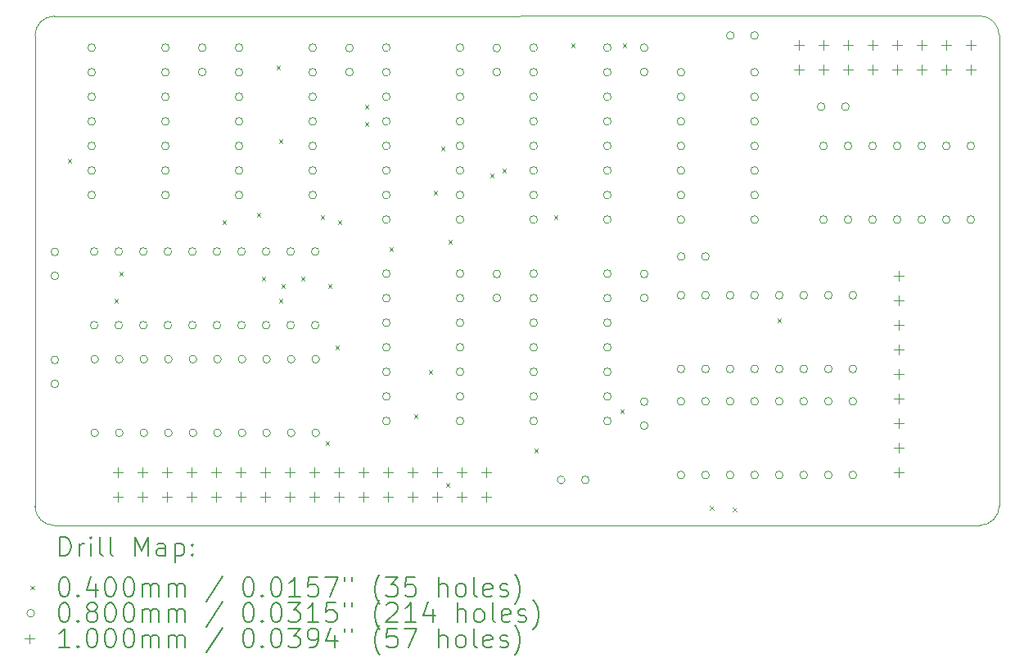
<source format=gbr>
%TF.GenerationSoftware,KiCad,Pcbnew,8.0.5*%
%TF.CreationDate,2024-11-05T14:17:20+01:00*%
%TF.ProjectId,spigate,73706967-6174-4652-9e6b-696361645f70,rev?*%
%TF.SameCoordinates,Original*%
%TF.FileFunction,Drillmap*%
%TF.FilePolarity,Positive*%
%FSLAX45Y45*%
G04 Gerber Fmt 4.5, Leading zero omitted, Abs format (unit mm)*
G04 Created by KiCad (PCBNEW 8.0.5) date 2024-11-05 14:17:20*
%MOMM*%
%LPD*%
G01*
G04 APERTURE LIST*
%ADD10C,0.100000*%
%ADD11C,0.050000*%
%ADD12C,0.200000*%
G04 APERTURE END LIST*
D10*
X10057459Y-6728773D02*
G75*
G02*
X10254661Y-6530400I197921J453D01*
G01*
X10255076Y-11798698D02*
G75*
G02*
X10056703Y-11601495I-456J197918D01*
G01*
D11*
X10255076Y-11798698D02*
X19828336Y-11797256D01*
D10*
X20031536Y-11594056D02*
G75*
G02*
X19828336Y-11797256I-203196J-4D01*
G01*
X20028392Y-6725952D02*
X20031536Y-11594056D01*
X10254661Y-6530400D02*
X19830019Y-6528747D01*
X10056703Y-11601495D02*
X10057459Y-6728773D01*
X19830019Y-6528747D02*
G75*
G02*
X20028392Y-6725952I461J-197913D01*
G01*
D12*
D10*
X10394000Y-8006400D02*
X10434000Y-8046400D01*
X10434000Y-8006400D02*
X10394000Y-8046400D01*
X10876600Y-9454200D02*
X10916600Y-9494200D01*
X10916600Y-9454200D02*
X10876600Y-9494200D01*
X10927400Y-9174800D02*
X10967400Y-9214800D01*
X10967400Y-9174800D02*
X10927400Y-9214800D01*
X11994200Y-8641400D02*
X12034200Y-8681400D01*
X12034200Y-8641400D02*
X11994200Y-8681400D01*
X12349800Y-8565200D02*
X12389800Y-8605200D01*
X12389800Y-8565200D02*
X12349800Y-8605200D01*
X12400600Y-9225600D02*
X12440600Y-9265600D01*
X12440600Y-9225600D02*
X12400600Y-9265600D01*
X12553000Y-7041200D02*
X12593000Y-7081200D01*
X12593000Y-7041200D02*
X12553000Y-7081200D01*
X12578400Y-7803200D02*
X12618400Y-7843200D01*
X12618400Y-7803200D02*
X12578400Y-7843200D01*
X12578400Y-9454200D02*
X12618400Y-9494200D01*
X12618400Y-9454200D02*
X12578400Y-9494200D01*
X12603800Y-9301800D02*
X12643800Y-9341800D01*
X12643800Y-9301800D02*
X12603800Y-9341800D01*
X12807000Y-9225600D02*
X12847000Y-9265600D01*
X12847000Y-9225600D02*
X12807000Y-9265600D01*
X13010200Y-8590600D02*
X13050200Y-8630600D01*
X13050200Y-8590600D02*
X13010200Y-8630600D01*
X13061000Y-10927400D02*
X13101000Y-10967400D01*
X13101000Y-10927400D02*
X13061000Y-10967400D01*
X13086400Y-9301800D02*
X13126400Y-9341800D01*
X13126400Y-9301800D02*
X13086400Y-9341800D01*
X13162600Y-9936800D02*
X13202600Y-9976800D01*
X13202600Y-9936800D02*
X13162600Y-9976800D01*
X13188000Y-8641400D02*
X13228000Y-8681400D01*
X13228000Y-8641400D02*
X13188000Y-8681400D01*
X13467400Y-7447600D02*
X13507400Y-7487600D01*
X13507400Y-7447600D02*
X13467400Y-7487600D01*
X13467400Y-7625400D02*
X13507400Y-7665400D01*
X13507400Y-7625400D02*
X13467400Y-7665400D01*
X13721400Y-8920800D02*
X13761400Y-8960800D01*
X13761400Y-8920800D02*
X13721400Y-8960800D01*
X13975400Y-10648000D02*
X14015400Y-10688000D01*
X14015400Y-10648000D02*
X13975400Y-10688000D01*
X14127800Y-10190800D02*
X14167800Y-10230800D01*
X14167800Y-10190800D02*
X14127800Y-10230800D01*
X14178600Y-8336600D02*
X14218600Y-8376600D01*
X14218600Y-8336600D02*
X14178600Y-8376600D01*
X14254800Y-7879400D02*
X14294800Y-7919400D01*
X14294800Y-7879400D02*
X14254800Y-7919400D01*
X14305600Y-11359200D02*
X14345600Y-11399200D01*
X14345600Y-11359200D02*
X14305600Y-11399200D01*
X14331000Y-8844600D02*
X14371000Y-8884600D01*
X14371000Y-8844600D02*
X14331000Y-8884600D01*
X14762800Y-8158800D02*
X14802800Y-8198800D01*
X14802800Y-8158800D02*
X14762800Y-8198800D01*
X14890800Y-8107000D02*
X14930800Y-8147000D01*
X14930800Y-8107000D02*
X14890800Y-8147000D01*
X15220000Y-11003600D02*
X15260000Y-11043600D01*
X15260000Y-11003600D02*
X15220000Y-11043600D01*
X15423200Y-8590600D02*
X15463200Y-8630600D01*
X15463200Y-8590600D02*
X15423200Y-8630600D01*
X15601000Y-6812600D02*
X15641000Y-6852600D01*
X15641000Y-6812600D02*
X15601000Y-6852600D01*
X16109000Y-10597200D02*
X16149000Y-10637200D01*
X16149000Y-10597200D02*
X16109000Y-10637200D01*
X16134400Y-6812600D02*
X16174400Y-6852600D01*
X16174400Y-6812600D02*
X16134400Y-6852600D01*
X17036100Y-11600500D02*
X17076100Y-11640500D01*
X17076100Y-11600500D02*
X17036100Y-11640500D01*
X17275653Y-11611453D02*
X17315653Y-11651453D01*
X17315653Y-11611453D02*
X17275653Y-11651453D01*
X17734600Y-9657400D02*
X17774600Y-9697400D01*
X17774600Y-9657400D02*
X17734600Y-9697400D01*
X10301600Y-8968200D02*
G75*
G02*
X10221600Y-8968200I-40000J0D01*
G01*
X10221600Y-8968200D02*
G75*
G02*
X10301600Y-8968200I40000J0D01*
G01*
X10301600Y-9218200D02*
G75*
G02*
X10221600Y-9218200I-40000J0D01*
G01*
X10221600Y-9218200D02*
G75*
G02*
X10301600Y-9218200I40000J0D01*
G01*
X10301600Y-10085800D02*
G75*
G02*
X10221600Y-10085800I-40000J0D01*
G01*
X10221600Y-10085800D02*
G75*
G02*
X10301600Y-10085800I40000J0D01*
G01*
X10301600Y-10335800D02*
G75*
G02*
X10221600Y-10335800I-40000J0D01*
G01*
X10221600Y-10335800D02*
G75*
G02*
X10301600Y-10335800I40000J0D01*
G01*
X10682600Y-6858000D02*
G75*
G02*
X10602600Y-6858000I-40000J0D01*
G01*
X10602600Y-6858000D02*
G75*
G02*
X10682600Y-6858000I40000J0D01*
G01*
X10682600Y-7112000D02*
G75*
G02*
X10602600Y-7112000I-40000J0D01*
G01*
X10602600Y-7112000D02*
G75*
G02*
X10682600Y-7112000I40000J0D01*
G01*
X10682600Y-7366000D02*
G75*
G02*
X10602600Y-7366000I-40000J0D01*
G01*
X10602600Y-7366000D02*
G75*
G02*
X10682600Y-7366000I40000J0D01*
G01*
X10682600Y-7620000D02*
G75*
G02*
X10602600Y-7620000I-40000J0D01*
G01*
X10602600Y-7620000D02*
G75*
G02*
X10682600Y-7620000I40000J0D01*
G01*
X10682600Y-7874000D02*
G75*
G02*
X10602600Y-7874000I-40000J0D01*
G01*
X10602600Y-7874000D02*
G75*
G02*
X10682600Y-7874000I40000J0D01*
G01*
X10682600Y-8128000D02*
G75*
G02*
X10602600Y-8128000I-40000J0D01*
G01*
X10602600Y-8128000D02*
G75*
G02*
X10682600Y-8128000I40000J0D01*
G01*
X10682600Y-8382000D02*
G75*
G02*
X10602600Y-8382000I-40000J0D01*
G01*
X10602600Y-8382000D02*
G75*
G02*
X10682600Y-8382000I40000J0D01*
G01*
X10708500Y-8966200D02*
G75*
G02*
X10628500Y-8966200I-40000J0D01*
G01*
X10628500Y-8966200D02*
G75*
G02*
X10708500Y-8966200I40000J0D01*
G01*
X10708500Y-9728200D02*
G75*
G02*
X10628500Y-9728200I-40000J0D01*
G01*
X10628500Y-9728200D02*
G75*
G02*
X10708500Y-9728200I40000J0D01*
G01*
X10713580Y-10079736D02*
G75*
G02*
X10633580Y-10079736I-40000J0D01*
G01*
X10633580Y-10079736D02*
G75*
G02*
X10713580Y-10079736I40000J0D01*
G01*
X10713580Y-10841736D02*
G75*
G02*
X10633580Y-10841736I-40000J0D01*
G01*
X10633580Y-10841736D02*
G75*
G02*
X10713580Y-10841736I40000J0D01*
G01*
X10962500Y-8966200D02*
G75*
G02*
X10882500Y-8966200I-40000J0D01*
G01*
X10882500Y-8966200D02*
G75*
G02*
X10962500Y-8966200I40000J0D01*
G01*
X10962500Y-9728200D02*
G75*
G02*
X10882500Y-9728200I-40000J0D01*
G01*
X10882500Y-9728200D02*
G75*
G02*
X10962500Y-9728200I40000J0D01*
G01*
X10967580Y-10079736D02*
G75*
G02*
X10887580Y-10079736I-40000J0D01*
G01*
X10887580Y-10079736D02*
G75*
G02*
X10967580Y-10079736I40000J0D01*
G01*
X10967580Y-10841736D02*
G75*
G02*
X10887580Y-10841736I-40000J0D01*
G01*
X10887580Y-10841736D02*
G75*
G02*
X10967580Y-10841736I40000J0D01*
G01*
X11216500Y-8966200D02*
G75*
G02*
X11136500Y-8966200I-40000J0D01*
G01*
X11136500Y-8966200D02*
G75*
G02*
X11216500Y-8966200I40000J0D01*
G01*
X11216500Y-9728200D02*
G75*
G02*
X11136500Y-9728200I-40000J0D01*
G01*
X11136500Y-9728200D02*
G75*
G02*
X11216500Y-9728200I40000J0D01*
G01*
X11221580Y-10079736D02*
G75*
G02*
X11141580Y-10079736I-40000J0D01*
G01*
X11141580Y-10079736D02*
G75*
G02*
X11221580Y-10079736I40000J0D01*
G01*
X11221580Y-10841736D02*
G75*
G02*
X11141580Y-10841736I-40000J0D01*
G01*
X11141580Y-10841736D02*
G75*
G02*
X11221580Y-10841736I40000J0D01*
G01*
X11444600Y-6858000D02*
G75*
G02*
X11364600Y-6858000I-40000J0D01*
G01*
X11364600Y-6858000D02*
G75*
G02*
X11444600Y-6858000I40000J0D01*
G01*
X11444600Y-7112000D02*
G75*
G02*
X11364600Y-7112000I-40000J0D01*
G01*
X11364600Y-7112000D02*
G75*
G02*
X11444600Y-7112000I40000J0D01*
G01*
X11444600Y-7366000D02*
G75*
G02*
X11364600Y-7366000I-40000J0D01*
G01*
X11364600Y-7366000D02*
G75*
G02*
X11444600Y-7366000I40000J0D01*
G01*
X11444600Y-7620000D02*
G75*
G02*
X11364600Y-7620000I-40000J0D01*
G01*
X11364600Y-7620000D02*
G75*
G02*
X11444600Y-7620000I40000J0D01*
G01*
X11444600Y-7874000D02*
G75*
G02*
X11364600Y-7874000I-40000J0D01*
G01*
X11364600Y-7874000D02*
G75*
G02*
X11444600Y-7874000I40000J0D01*
G01*
X11444600Y-8128000D02*
G75*
G02*
X11364600Y-8128000I-40000J0D01*
G01*
X11364600Y-8128000D02*
G75*
G02*
X11444600Y-8128000I40000J0D01*
G01*
X11444600Y-8382000D02*
G75*
G02*
X11364600Y-8382000I-40000J0D01*
G01*
X11364600Y-8382000D02*
G75*
G02*
X11444600Y-8382000I40000J0D01*
G01*
X11470500Y-8966200D02*
G75*
G02*
X11390500Y-8966200I-40000J0D01*
G01*
X11390500Y-8966200D02*
G75*
G02*
X11470500Y-8966200I40000J0D01*
G01*
X11470500Y-9728200D02*
G75*
G02*
X11390500Y-9728200I-40000J0D01*
G01*
X11390500Y-9728200D02*
G75*
G02*
X11470500Y-9728200I40000J0D01*
G01*
X11475580Y-10079736D02*
G75*
G02*
X11395580Y-10079736I-40000J0D01*
G01*
X11395580Y-10079736D02*
G75*
G02*
X11475580Y-10079736I40000J0D01*
G01*
X11475580Y-10841736D02*
G75*
G02*
X11395580Y-10841736I-40000J0D01*
G01*
X11395580Y-10841736D02*
G75*
G02*
X11475580Y-10841736I40000J0D01*
G01*
X11724500Y-8966200D02*
G75*
G02*
X11644500Y-8966200I-40000J0D01*
G01*
X11644500Y-8966200D02*
G75*
G02*
X11724500Y-8966200I40000J0D01*
G01*
X11724500Y-9728200D02*
G75*
G02*
X11644500Y-9728200I-40000J0D01*
G01*
X11644500Y-9728200D02*
G75*
G02*
X11724500Y-9728200I40000J0D01*
G01*
X11729580Y-10079736D02*
G75*
G02*
X11649580Y-10079736I-40000J0D01*
G01*
X11649580Y-10079736D02*
G75*
G02*
X11729580Y-10079736I40000J0D01*
G01*
X11729580Y-10841736D02*
G75*
G02*
X11649580Y-10841736I-40000J0D01*
G01*
X11649580Y-10841736D02*
G75*
G02*
X11729580Y-10841736I40000J0D01*
G01*
X11825600Y-6858000D02*
G75*
G02*
X11745600Y-6858000I-40000J0D01*
G01*
X11745600Y-6858000D02*
G75*
G02*
X11825600Y-6858000I40000J0D01*
G01*
X11825600Y-7108000D02*
G75*
G02*
X11745600Y-7108000I-40000J0D01*
G01*
X11745600Y-7108000D02*
G75*
G02*
X11825600Y-7108000I40000J0D01*
G01*
X11978500Y-8966200D02*
G75*
G02*
X11898500Y-8966200I-40000J0D01*
G01*
X11898500Y-8966200D02*
G75*
G02*
X11978500Y-8966200I40000J0D01*
G01*
X11978500Y-9728200D02*
G75*
G02*
X11898500Y-9728200I-40000J0D01*
G01*
X11898500Y-9728200D02*
G75*
G02*
X11978500Y-9728200I40000J0D01*
G01*
X11983580Y-10079736D02*
G75*
G02*
X11903580Y-10079736I-40000J0D01*
G01*
X11903580Y-10079736D02*
G75*
G02*
X11983580Y-10079736I40000J0D01*
G01*
X11983580Y-10841736D02*
G75*
G02*
X11903580Y-10841736I-40000J0D01*
G01*
X11903580Y-10841736D02*
G75*
G02*
X11983580Y-10841736I40000J0D01*
G01*
X12206600Y-6857500D02*
G75*
G02*
X12126600Y-6857500I-40000J0D01*
G01*
X12126600Y-6857500D02*
G75*
G02*
X12206600Y-6857500I40000J0D01*
G01*
X12206600Y-7111500D02*
G75*
G02*
X12126600Y-7111500I-40000J0D01*
G01*
X12126600Y-7111500D02*
G75*
G02*
X12206600Y-7111500I40000J0D01*
G01*
X12206600Y-7365500D02*
G75*
G02*
X12126600Y-7365500I-40000J0D01*
G01*
X12126600Y-7365500D02*
G75*
G02*
X12206600Y-7365500I40000J0D01*
G01*
X12206600Y-7619500D02*
G75*
G02*
X12126600Y-7619500I-40000J0D01*
G01*
X12126600Y-7619500D02*
G75*
G02*
X12206600Y-7619500I40000J0D01*
G01*
X12206600Y-7873500D02*
G75*
G02*
X12126600Y-7873500I-40000J0D01*
G01*
X12126600Y-7873500D02*
G75*
G02*
X12206600Y-7873500I40000J0D01*
G01*
X12206600Y-8127500D02*
G75*
G02*
X12126600Y-8127500I-40000J0D01*
G01*
X12126600Y-8127500D02*
G75*
G02*
X12206600Y-8127500I40000J0D01*
G01*
X12206600Y-8381500D02*
G75*
G02*
X12126600Y-8381500I-40000J0D01*
G01*
X12126600Y-8381500D02*
G75*
G02*
X12206600Y-8381500I40000J0D01*
G01*
X12232500Y-8966200D02*
G75*
G02*
X12152500Y-8966200I-40000J0D01*
G01*
X12152500Y-8966200D02*
G75*
G02*
X12232500Y-8966200I40000J0D01*
G01*
X12232500Y-9728200D02*
G75*
G02*
X12152500Y-9728200I-40000J0D01*
G01*
X12152500Y-9728200D02*
G75*
G02*
X12232500Y-9728200I40000J0D01*
G01*
X12237580Y-10079736D02*
G75*
G02*
X12157580Y-10079736I-40000J0D01*
G01*
X12157580Y-10079736D02*
G75*
G02*
X12237580Y-10079736I40000J0D01*
G01*
X12237580Y-10841736D02*
G75*
G02*
X12157580Y-10841736I-40000J0D01*
G01*
X12157580Y-10841736D02*
G75*
G02*
X12237580Y-10841736I40000J0D01*
G01*
X12486500Y-8966200D02*
G75*
G02*
X12406500Y-8966200I-40000J0D01*
G01*
X12406500Y-8966200D02*
G75*
G02*
X12486500Y-8966200I40000J0D01*
G01*
X12486500Y-9728200D02*
G75*
G02*
X12406500Y-9728200I-40000J0D01*
G01*
X12406500Y-9728200D02*
G75*
G02*
X12486500Y-9728200I40000J0D01*
G01*
X12491580Y-10079736D02*
G75*
G02*
X12411580Y-10079736I-40000J0D01*
G01*
X12411580Y-10079736D02*
G75*
G02*
X12491580Y-10079736I40000J0D01*
G01*
X12491580Y-10841736D02*
G75*
G02*
X12411580Y-10841736I-40000J0D01*
G01*
X12411580Y-10841736D02*
G75*
G02*
X12491580Y-10841736I40000J0D01*
G01*
X12740500Y-8966200D02*
G75*
G02*
X12660500Y-8966200I-40000J0D01*
G01*
X12660500Y-8966200D02*
G75*
G02*
X12740500Y-8966200I40000J0D01*
G01*
X12740500Y-9728200D02*
G75*
G02*
X12660500Y-9728200I-40000J0D01*
G01*
X12660500Y-9728200D02*
G75*
G02*
X12740500Y-9728200I40000J0D01*
G01*
X12745580Y-10079736D02*
G75*
G02*
X12665580Y-10079736I-40000J0D01*
G01*
X12665580Y-10079736D02*
G75*
G02*
X12745580Y-10079736I40000J0D01*
G01*
X12745580Y-10841736D02*
G75*
G02*
X12665580Y-10841736I-40000J0D01*
G01*
X12665580Y-10841736D02*
G75*
G02*
X12745580Y-10841736I40000J0D01*
G01*
X12968600Y-6857500D02*
G75*
G02*
X12888600Y-6857500I-40000J0D01*
G01*
X12888600Y-6857500D02*
G75*
G02*
X12968600Y-6857500I40000J0D01*
G01*
X12968600Y-7111500D02*
G75*
G02*
X12888600Y-7111500I-40000J0D01*
G01*
X12888600Y-7111500D02*
G75*
G02*
X12968600Y-7111500I40000J0D01*
G01*
X12968600Y-7365500D02*
G75*
G02*
X12888600Y-7365500I-40000J0D01*
G01*
X12888600Y-7365500D02*
G75*
G02*
X12968600Y-7365500I40000J0D01*
G01*
X12968600Y-7619500D02*
G75*
G02*
X12888600Y-7619500I-40000J0D01*
G01*
X12888600Y-7619500D02*
G75*
G02*
X12968600Y-7619500I40000J0D01*
G01*
X12968600Y-7873500D02*
G75*
G02*
X12888600Y-7873500I-40000J0D01*
G01*
X12888600Y-7873500D02*
G75*
G02*
X12968600Y-7873500I40000J0D01*
G01*
X12968600Y-8127500D02*
G75*
G02*
X12888600Y-8127500I-40000J0D01*
G01*
X12888600Y-8127500D02*
G75*
G02*
X12968600Y-8127500I40000J0D01*
G01*
X12968600Y-8381500D02*
G75*
G02*
X12888600Y-8381500I-40000J0D01*
G01*
X12888600Y-8381500D02*
G75*
G02*
X12968600Y-8381500I40000J0D01*
G01*
X12994500Y-8966200D02*
G75*
G02*
X12914500Y-8966200I-40000J0D01*
G01*
X12914500Y-8966200D02*
G75*
G02*
X12994500Y-8966200I40000J0D01*
G01*
X12994500Y-9728200D02*
G75*
G02*
X12914500Y-9728200I-40000J0D01*
G01*
X12914500Y-9728200D02*
G75*
G02*
X12994500Y-9728200I40000J0D01*
G01*
X12999580Y-10079736D02*
G75*
G02*
X12919580Y-10079736I-40000J0D01*
G01*
X12919580Y-10079736D02*
G75*
G02*
X12999580Y-10079736I40000J0D01*
G01*
X12999580Y-10841736D02*
G75*
G02*
X12919580Y-10841736I-40000J0D01*
G01*
X12919580Y-10841736D02*
G75*
G02*
X12999580Y-10841736I40000J0D01*
G01*
X13348600Y-6860000D02*
G75*
G02*
X13268600Y-6860000I-40000J0D01*
G01*
X13268600Y-6860000D02*
G75*
G02*
X13348600Y-6860000I40000J0D01*
G01*
X13348600Y-7110000D02*
G75*
G02*
X13268600Y-7110000I-40000J0D01*
G01*
X13268600Y-7110000D02*
G75*
G02*
X13348600Y-7110000I40000J0D01*
G01*
X13729600Y-6857000D02*
G75*
G02*
X13649600Y-6857000I-40000J0D01*
G01*
X13649600Y-6857000D02*
G75*
G02*
X13729600Y-6857000I40000J0D01*
G01*
X13729600Y-7111000D02*
G75*
G02*
X13649600Y-7111000I-40000J0D01*
G01*
X13649600Y-7111000D02*
G75*
G02*
X13729600Y-7111000I40000J0D01*
G01*
X13729600Y-7365000D02*
G75*
G02*
X13649600Y-7365000I-40000J0D01*
G01*
X13649600Y-7365000D02*
G75*
G02*
X13729600Y-7365000I40000J0D01*
G01*
X13729600Y-7619000D02*
G75*
G02*
X13649600Y-7619000I-40000J0D01*
G01*
X13649600Y-7619000D02*
G75*
G02*
X13729600Y-7619000I40000J0D01*
G01*
X13729600Y-7873000D02*
G75*
G02*
X13649600Y-7873000I-40000J0D01*
G01*
X13649600Y-7873000D02*
G75*
G02*
X13729600Y-7873000I40000J0D01*
G01*
X13729600Y-8127000D02*
G75*
G02*
X13649600Y-8127000I-40000J0D01*
G01*
X13649600Y-8127000D02*
G75*
G02*
X13729600Y-8127000I40000J0D01*
G01*
X13729600Y-8381000D02*
G75*
G02*
X13649600Y-8381000I-40000J0D01*
G01*
X13649600Y-8381000D02*
G75*
G02*
X13729600Y-8381000I40000J0D01*
G01*
X13729600Y-8635000D02*
G75*
G02*
X13649600Y-8635000I-40000J0D01*
G01*
X13649600Y-8635000D02*
G75*
G02*
X13729600Y-8635000I40000J0D01*
G01*
X13730600Y-9194800D02*
G75*
G02*
X13650600Y-9194800I-40000J0D01*
G01*
X13650600Y-9194800D02*
G75*
G02*
X13730600Y-9194800I40000J0D01*
G01*
X13730600Y-9448800D02*
G75*
G02*
X13650600Y-9448800I-40000J0D01*
G01*
X13650600Y-9448800D02*
G75*
G02*
X13730600Y-9448800I40000J0D01*
G01*
X13730600Y-9702800D02*
G75*
G02*
X13650600Y-9702800I-40000J0D01*
G01*
X13650600Y-9702800D02*
G75*
G02*
X13730600Y-9702800I40000J0D01*
G01*
X13730600Y-9956800D02*
G75*
G02*
X13650600Y-9956800I-40000J0D01*
G01*
X13650600Y-9956800D02*
G75*
G02*
X13730600Y-9956800I40000J0D01*
G01*
X13730600Y-10210800D02*
G75*
G02*
X13650600Y-10210800I-40000J0D01*
G01*
X13650600Y-10210800D02*
G75*
G02*
X13730600Y-10210800I40000J0D01*
G01*
X13730600Y-10464800D02*
G75*
G02*
X13650600Y-10464800I-40000J0D01*
G01*
X13650600Y-10464800D02*
G75*
G02*
X13730600Y-10464800I40000J0D01*
G01*
X13730600Y-10718800D02*
G75*
G02*
X13650600Y-10718800I-40000J0D01*
G01*
X13650600Y-10718800D02*
G75*
G02*
X13730600Y-10718800I40000J0D01*
G01*
X14491600Y-6857000D02*
G75*
G02*
X14411600Y-6857000I-40000J0D01*
G01*
X14411600Y-6857000D02*
G75*
G02*
X14491600Y-6857000I40000J0D01*
G01*
X14491600Y-7111000D02*
G75*
G02*
X14411600Y-7111000I-40000J0D01*
G01*
X14411600Y-7111000D02*
G75*
G02*
X14491600Y-7111000I40000J0D01*
G01*
X14491600Y-7365000D02*
G75*
G02*
X14411600Y-7365000I-40000J0D01*
G01*
X14411600Y-7365000D02*
G75*
G02*
X14491600Y-7365000I40000J0D01*
G01*
X14491600Y-7619000D02*
G75*
G02*
X14411600Y-7619000I-40000J0D01*
G01*
X14411600Y-7619000D02*
G75*
G02*
X14491600Y-7619000I40000J0D01*
G01*
X14491600Y-7873000D02*
G75*
G02*
X14411600Y-7873000I-40000J0D01*
G01*
X14411600Y-7873000D02*
G75*
G02*
X14491600Y-7873000I40000J0D01*
G01*
X14491600Y-8127000D02*
G75*
G02*
X14411600Y-8127000I-40000J0D01*
G01*
X14411600Y-8127000D02*
G75*
G02*
X14491600Y-8127000I40000J0D01*
G01*
X14491600Y-8381000D02*
G75*
G02*
X14411600Y-8381000I-40000J0D01*
G01*
X14411600Y-8381000D02*
G75*
G02*
X14491600Y-8381000I40000J0D01*
G01*
X14491600Y-8635000D02*
G75*
G02*
X14411600Y-8635000I-40000J0D01*
G01*
X14411600Y-8635000D02*
G75*
G02*
X14491600Y-8635000I40000J0D01*
G01*
X14492600Y-9194800D02*
G75*
G02*
X14412600Y-9194800I-40000J0D01*
G01*
X14412600Y-9194800D02*
G75*
G02*
X14492600Y-9194800I40000J0D01*
G01*
X14492600Y-9448800D02*
G75*
G02*
X14412600Y-9448800I-40000J0D01*
G01*
X14412600Y-9448800D02*
G75*
G02*
X14492600Y-9448800I40000J0D01*
G01*
X14492600Y-9702800D02*
G75*
G02*
X14412600Y-9702800I-40000J0D01*
G01*
X14412600Y-9702800D02*
G75*
G02*
X14492600Y-9702800I40000J0D01*
G01*
X14492600Y-9956800D02*
G75*
G02*
X14412600Y-9956800I-40000J0D01*
G01*
X14412600Y-9956800D02*
G75*
G02*
X14492600Y-9956800I40000J0D01*
G01*
X14492600Y-10210800D02*
G75*
G02*
X14412600Y-10210800I-40000J0D01*
G01*
X14412600Y-10210800D02*
G75*
G02*
X14492600Y-10210800I40000J0D01*
G01*
X14492600Y-10464800D02*
G75*
G02*
X14412600Y-10464800I-40000J0D01*
G01*
X14412600Y-10464800D02*
G75*
G02*
X14492600Y-10464800I40000J0D01*
G01*
X14492600Y-10718800D02*
G75*
G02*
X14412600Y-10718800I-40000J0D01*
G01*
X14412600Y-10718800D02*
G75*
G02*
X14492600Y-10718800I40000J0D01*
G01*
X14872600Y-6860000D02*
G75*
G02*
X14792600Y-6860000I-40000J0D01*
G01*
X14792600Y-6860000D02*
G75*
G02*
X14872600Y-6860000I40000J0D01*
G01*
X14872600Y-7110000D02*
G75*
G02*
X14792600Y-7110000I-40000J0D01*
G01*
X14792600Y-7110000D02*
G75*
G02*
X14872600Y-7110000I40000J0D01*
G01*
X14873600Y-9196800D02*
G75*
G02*
X14793600Y-9196800I-40000J0D01*
G01*
X14793600Y-9196800D02*
G75*
G02*
X14873600Y-9196800I40000J0D01*
G01*
X14873600Y-9446800D02*
G75*
G02*
X14793600Y-9446800I-40000J0D01*
G01*
X14793600Y-9446800D02*
G75*
G02*
X14873600Y-9446800I40000J0D01*
G01*
X15253600Y-6857000D02*
G75*
G02*
X15173600Y-6857000I-40000J0D01*
G01*
X15173600Y-6857000D02*
G75*
G02*
X15253600Y-6857000I40000J0D01*
G01*
X15253600Y-7111000D02*
G75*
G02*
X15173600Y-7111000I-40000J0D01*
G01*
X15173600Y-7111000D02*
G75*
G02*
X15253600Y-7111000I40000J0D01*
G01*
X15253600Y-7365000D02*
G75*
G02*
X15173600Y-7365000I-40000J0D01*
G01*
X15173600Y-7365000D02*
G75*
G02*
X15253600Y-7365000I40000J0D01*
G01*
X15253600Y-7619000D02*
G75*
G02*
X15173600Y-7619000I-40000J0D01*
G01*
X15173600Y-7619000D02*
G75*
G02*
X15253600Y-7619000I40000J0D01*
G01*
X15253600Y-7873000D02*
G75*
G02*
X15173600Y-7873000I-40000J0D01*
G01*
X15173600Y-7873000D02*
G75*
G02*
X15253600Y-7873000I40000J0D01*
G01*
X15253600Y-8127000D02*
G75*
G02*
X15173600Y-8127000I-40000J0D01*
G01*
X15173600Y-8127000D02*
G75*
G02*
X15253600Y-8127000I40000J0D01*
G01*
X15253600Y-8381000D02*
G75*
G02*
X15173600Y-8381000I-40000J0D01*
G01*
X15173600Y-8381000D02*
G75*
G02*
X15253600Y-8381000I40000J0D01*
G01*
X15253600Y-8635000D02*
G75*
G02*
X15173600Y-8635000I-40000J0D01*
G01*
X15173600Y-8635000D02*
G75*
G02*
X15253600Y-8635000I40000J0D01*
G01*
X15254600Y-9195300D02*
G75*
G02*
X15174600Y-9195300I-40000J0D01*
G01*
X15174600Y-9195300D02*
G75*
G02*
X15254600Y-9195300I40000J0D01*
G01*
X15254600Y-9449300D02*
G75*
G02*
X15174600Y-9449300I-40000J0D01*
G01*
X15174600Y-9449300D02*
G75*
G02*
X15254600Y-9449300I40000J0D01*
G01*
X15254600Y-9703300D02*
G75*
G02*
X15174600Y-9703300I-40000J0D01*
G01*
X15174600Y-9703300D02*
G75*
G02*
X15254600Y-9703300I40000J0D01*
G01*
X15254600Y-9957300D02*
G75*
G02*
X15174600Y-9957300I-40000J0D01*
G01*
X15174600Y-9957300D02*
G75*
G02*
X15254600Y-9957300I40000J0D01*
G01*
X15254600Y-10211300D02*
G75*
G02*
X15174600Y-10211300I-40000J0D01*
G01*
X15174600Y-10211300D02*
G75*
G02*
X15254600Y-10211300I40000J0D01*
G01*
X15254600Y-10465300D02*
G75*
G02*
X15174600Y-10465300I-40000J0D01*
G01*
X15174600Y-10465300D02*
G75*
G02*
X15254600Y-10465300I40000J0D01*
G01*
X15254600Y-10719300D02*
G75*
G02*
X15174600Y-10719300I-40000J0D01*
G01*
X15174600Y-10719300D02*
G75*
G02*
X15254600Y-10719300I40000J0D01*
G01*
X15538000Y-11328400D02*
G75*
G02*
X15458000Y-11328400I-40000J0D01*
G01*
X15458000Y-11328400D02*
G75*
G02*
X15538000Y-11328400I40000J0D01*
G01*
X15788000Y-11328400D02*
G75*
G02*
X15708000Y-11328400I-40000J0D01*
G01*
X15708000Y-11328400D02*
G75*
G02*
X15788000Y-11328400I40000J0D01*
G01*
X16015600Y-6857000D02*
G75*
G02*
X15935600Y-6857000I-40000J0D01*
G01*
X15935600Y-6857000D02*
G75*
G02*
X16015600Y-6857000I40000J0D01*
G01*
X16015600Y-7111000D02*
G75*
G02*
X15935600Y-7111000I-40000J0D01*
G01*
X15935600Y-7111000D02*
G75*
G02*
X16015600Y-7111000I40000J0D01*
G01*
X16015600Y-7365000D02*
G75*
G02*
X15935600Y-7365000I-40000J0D01*
G01*
X15935600Y-7365000D02*
G75*
G02*
X16015600Y-7365000I40000J0D01*
G01*
X16015600Y-7619000D02*
G75*
G02*
X15935600Y-7619000I-40000J0D01*
G01*
X15935600Y-7619000D02*
G75*
G02*
X16015600Y-7619000I40000J0D01*
G01*
X16015600Y-7873000D02*
G75*
G02*
X15935600Y-7873000I-40000J0D01*
G01*
X15935600Y-7873000D02*
G75*
G02*
X16015600Y-7873000I40000J0D01*
G01*
X16015600Y-8127000D02*
G75*
G02*
X15935600Y-8127000I-40000J0D01*
G01*
X15935600Y-8127000D02*
G75*
G02*
X16015600Y-8127000I40000J0D01*
G01*
X16015600Y-8381000D02*
G75*
G02*
X15935600Y-8381000I-40000J0D01*
G01*
X15935600Y-8381000D02*
G75*
G02*
X16015600Y-8381000I40000J0D01*
G01*
X16015600Y-8635000D02*
G75*
G02*
X15935600Y-8635000I-40000J0D01*
G01*
X15935600Y-8635000D02*
G75*
G02*
X16015600Y-8635000I40000J0D01*
G01*
X16016600Y-9195300D02*
G75*
G02*
X15936600Y-9195300I-40000J0D01*
G01*
X15936600Y-9195300D02*
G75*
G02*
X16016600Y-9195300I40000J0D01*
G01*
X16016600Y-9449300D02*
G75*
G02*
X15936600Y-9449300I-40000J0D01*
G01*
X15936600Y-9449300D02*
G75*
G02*
X16016600Y-9449300I40000J0D01*
G01*
X16016600Y-9703300D02*
G75*
G02*
X15936600Y-9703300I-40000J0D01*
G01*
X15936600Y-9703300D02*
G75*
G02*
X16016600Y-9703300I40000J0D01*
G01*
X16016600Y-9957300D02*
G75*
G02*
X15936600Y-9957300I-40000J0D01*
G01*
X15936600Y-9957300D02*
G75*
G02*
X16016600Y-9957300I40000J0D01*
G01*
X16016600Y-10211300D02*
G75*
G02*
X15936600Y-10211300I-40000J0D01*
G01*
X15936600Y-10211300D02*
G75*
G02*
X16016600Y-10211300I40000J0D01*
G01*
X16016600Y-10465300D02*
G75*
G02*
X15936600Y-10465300I-40000J0D01*
G01*
X15936600Y-10465300D02*
G75*
G02*
X16016600Y-10465300I40000J0D01*
G01*
X16016600Y-10719300D02*
G75*
G02*
X15936600Y-10719300I-40000J0D01*
G01*
X15936600Y-10719300D02*
G75*
G02*
X16016600Y-10719300I40000J0D01*
G01*
X16396600Y-6858000D02*
G75*
G02*
X16316600Y-6858000I-40000J0D01*
G01*
X16316600Y-6858000D02*
G75*
G02*
X16396600Y-6858000I40000J0D01*
G01*
X16396600Y-7108000D02*
G75*
G02*
X16316600Y-7108000I-40000J0D01*
G01*
X16316600Y-7108000D02*
G75*
G02*
X16396600Y-7108000I40000J0D01*
G01*
X16397600Y-9196800D02*
G75*
G02*
X16317600Y-9196800I-40000J0D01*
G01*
X16317600Y-9196800D02*
G75*
G02*
X16397600Y-9196800I40000J0D01*
G01*
X16397600Y-9446800D02*
G75*
G02*
X16317600Y-9446800I-40000J0D01*
G01*
X16317600Y-9446800D02*
G75*
G02*
X16397600Y-9446800I40000J0D01*
G01*
X16397600Y-10517600D02*
G75*
G02*
X16317600Y-10517600I-40000J0D01*
G01*
X16317600Y-10517600D02*
G75*
G02*
X16397600Y-10517600I40000J0D01*
G01*
X16397600Y-10767600D02*
G75*
G02*
X16317600Y-10767600I-40000J0D01*
G01*
X16317600Y-10767600D02*
G75*
G02*
X16397600Y-10767600I40000J0D01*
G01*
X16777600Y-7111500D02*
G75*
G02*
X16697600Y-7111500I-40000J0D01*
G01*
X16697600Y-7111500D02*
G75*
G02*
X16777600Y-7111500I40000J0D01*
G01*
X16777600Y-7365500D02*
G75*
G02*
X16697600Y-7365500I-40000J0D01*
G01*
X16697600Y-7365500D02*
G75*
G02*
X16777600Y-7365500I40000J0D01*
G01*
X16777600Y-7619500D02*
G75*
G02*
X16697600Y-7619500I-40000J0D01*
G01*
X16697600Y-7619500D02*
G75*
G02*
X16777600Y-7619500I40000J0D01*
G01*
X16777600Y-7873500D02*
G75*
G02*
X16697600Y-7873500I-40000J0D01*
G01*
X16697600Y-7873500D02*
G75*
G02*
X16777600Y-7873500I40000J0D01*
G01*
X16777600Y-8127500D02*
G75*
G02*
X16697600Y-8127500I-40000J0D01*
G01*
X16697600Y-8127500D02*
G75*
G02*
X16777600Y-8127500I40000J0D01*
G01*
X16777600Y-8381500D02*
G75*
G02*
X16697600Y-8381500I-40000J0D01*
G01*
X16697600Y-8381500D02*
G75*
G02*
X16777600Y-8381500I40000J0D01*
G01*
X16777600Y-8635500D02*
G75*
G02*
X16697600Y-8635500I-40000J0D01*
G01*
X16697600Y-8635500D02*
G75*
G02*
X16777600Y-8635500I40000J0D01*
G01*
X16777600Y-9418320D02*
G75*
G02*
X16697600Y-9418320I-40000J0D01*
G01*
X16697600Y-9418320D02*
G75*
G02*
X16777600Y-9418320I40000J0D01*
G01*
X16777600Y-10180320D02*
G75*
G02*
X16697600Y-10180320I-40000J0D01*
G01*
X16697600Y-10180320D02*
G75*
G02*
X16777600Y-10180320I40000J0D01*
G01*
X16777600Y-10515600D02*
G75*
G02*
X16697600Y-10515600I-40000J0D01*
G01*
X16697600Y-10515600D02*
G75*
G02*
X16777600Y-10515600I40000J0D01*
G01*
X16777600Y-11277600D02*
G75*
G02*
X16697600Y-11277600I-40000J0D01*
G01*
X16697600Y-11277600D02*
G75*
G02*
X16777600Y-11277600I40000J0D01*
G01*
X16780600Y-9017000D02*
G75*
G02*
X16700600Y-9017000I-40000J0D01*
G01*
X16700600Y-9017000D02*
G75*
G02*
X16780600Y-9017000I40000J0D01*
G01*
X17030600Y-9017000D02*
G75*
G02*
X16950600Y-9017000I-40000J0D01*
G01*
X16950600Y-9017000D02*
G75*
G02*
X17030600Y-9017000I40000J0D01*
G01*
X17031600Y-9418320D02*
G75*
G02*
X16951600Y-9418320I-40000J0D01*
G01*
X16951600Y-9418320D02*
G75*
G02*
X17031600Y-9418320I40000J0D01*
G01*
X17031600Y-10180320D02*
G75*
G02*
X16951600Y-10180320I-40000J0D01*
G01*
X16951600Y-10180320D02*
G75*
G02*
X17031600Y-10180320I40000J0D01*
G01*
X17031600Y-10515600D02*
G75*
G02*
X16951600Y-10515600I-40000J0D01*
G01*
X16951600Y-10515600D02*
G75*
G02*
X17031600Y-10515600I40000J0D01*
G01*
X17031600Y-11277600D02*
G75*
G02*
X16951600Y-11277600I-40000J0D01*
G01*
X16951600Y-11277600D02*
G75*
G02*
X17031600Y-11277600I40000J0D01*
G01*
X17285600Y-9418320D02*
G75*
G02*
X17205600Y-9418320I-40000J0D01*
G01*
X17205600Y-9418320D02*
G75*
G02*
X17285600Y-9418320I40000J0D01*
G01*
X17285600Y-10180320D02*
G75*
G02*
X17205600Y-10180320I-40000J0D01*
G01*
X17205600Y-10180320D02*
G75*
G02*
X17285600Y-10180320I40000J0D01*
G01*
X17285600Y-10515600D02*
G75*
G02*
X17205600Y-10515600I-40000J0D01*
G01*
X17205600Y-10515600D02*
G75*
G02*
X17285600Y-10515600I40000J0D01*
G01*
X17285600Y-11277600D02*
G75*
G02*
X17205600Y-11277600I-40000J0D01*
G01*
X17205600Y-11277600D02*
G75*
G02*
X17285600Y-11277600I40000J0D01*
G01*
X17288600Y-6731000D02*
G75*
G02*
X17208600Y-6731000I-40000J0D01*
G01*
X17208600Y-6731000D02*
G75*
G02*
X17288600Y-6731000I40000J0D01*
G01*
X17538600Y-6731000D02*
G75*
G02*
X17458600Y-6731000I-40000J0D01*
G01*
X17458600Y-6731000D02*
G75*
G02*
X17538600Y-6731000I40000J0D01*
G01*
X17539600Y-7111500D02*
G75*
G02*
X17459600Y-7111500I-40000J0D01*
G01*
X17459600Y-7111500D02*
G75*
G02*
X17539600Y-7111500I40000J0D01*
G01*
X17539600Y-7365500D02*
G75*
G02*
X17459600Y-7365500I-40000J0D01*
G01*
X17459600Y-7365500D02*
G75*
G02*
X17539600Y-7365500I40000J0D01*
G01*
X17539600Y-7619500D02*
G75*
G02*
X17459600Y-7619500I-40000J0D01*
G01*
X17459600Y-7619500D02*
G75*
G02*
X17539600Y-7619500I40000J0D01*
G01*
X17539600Y-7873500D02*
G75*
G02*
X17459600Y-7873500I-40000J0D01*
G01*
X17459600Y-7873500D02*
G75*
G02*
X17539600Y-7873500I40000J0D01*
G01*
X17539600Y-8127500D02*
G75*
G02*
X17459600Y-8127500I-40000J0D01*
G01*
X17459600Y-8127500D02*
G75*
G02*
X17539600Y-8127500I40000J0D01*
G01*
X17539600Y-8381500D02*
G75*
G02*
X17459600Y-8381500I-40000J0D01*
G01*
X17459600Y-8381500D02*
G75*
G02*
X17539600Y-8381500I40000J0D01*
G01*
X17539600Y-8635500D02*
G75*
G02*
X17459600Y-8635500I-40000J0D01*
G01*
X17459600Y-8635500D02*
G75*
G02*
X17539600Y-8635500I40000J0D01*
G01*
X17539600Y-9418320D02*
G75*
G02*
X17459600Y-9418320I-40000J0D01*
G01*
X17459600Y-9418320D02*
G75*
G02*
X17539600Y-9418320I40000J0D01*
G01*
X17539600Y-10180320D02*
G75*
G02*
X17459600Y-10180320I-40000J0D01*
G01*
X17459600Y-10180320D02*
G75*
G02*
X17539600Y-10180320I40000J0D01*
G01*
X17539600Y-10515600D02*
G75*
G02*
X17459600Y-10515600I-40000J0D01*
G01*
X17459600Y-10515600D02*
G75*
G02*
X17539600Y-10515600I40000J0D01*
G01*
X17539600Y-11277600D02*
G75*
G02*
X17459600Y-11277600I-40000J0D01*
G01*
X17459600Y-11277600D02*
G75*
G02*
X17539600Y-11277600I40000J0D01*
G01*
X17793600Y-9418320D02*
G75*
G02*
X17713600Y-9418320I-40000J0D01*
G01*
X17713600Y-9418320D02*
G75*
G02*
X17793600Y-9418320I40000J0D01*
G01*
X17793600Y-10180320D02*
G75*
G02*
X17713600Y-10180320I-40000J0D01*
G01*
X17713600Y-10180320D02*
G75*
G02*
X17793600Y-10180320I40000J0D01*
G01*
X17793600Y-10515600D02*
G75*
G02*
X17713600Y-10515600I-40000J0D01*
G01*
X17713600Y-10515600D02*
G75*
G02*
X17793600Y-10515600I40000J0D01*
G01*
X17793600Y-11277600D02*
G75*
G02*
X17713600Y-11277600I-40000J0D01*
G01*
X17713600Y-11277600D02*
G75*
G02*
X17793600Y-11277600I40000J0D01*
G01*
X18047600Y-9418320D02*
G75*
G02*
X17967600Y-9418320I-40000J0D01*
G01*
X17967600Y-9418320D02*
G75*
G02*
X18047600Y-9418320I40000J0D01*
G01*
X18047600Y-10180320D02*
G75*
G02*
X17967600Y-10180320I-40000J0D01*
G01*
X17967600Y-10180320D02*
G75*
G02*
X18047600Y-10180320I40000J0D01*
G01*
X18047600Y-10515600D02*
G75*
G02*
X17967600Y-10515600I-40000J0D01*
G01*
X17967600Y-10515600D02*
G75*
G02*
X18047600Y-10515600I40000J0D01*
G01*
X18047600Y-11277600D02*
G75*
G02*
X17967600Y-11277600I-40000J0D01*
G01*
X17967600Y-11277600D02*
G75*
G02*
X18047600Y-11277600I40000J0D01*
G01*
X18228400Y-7467600D02*
G75*
G02*
X18148400Y-7467600I-40000J0D01*
G01*
X18148400Y-7467600D02*
G75*
G02*
X18228400Y-7467600I40000J0D01*
G01*
X18251800Y-7874000D02*
G75*
G02*
X18171800Y-7874000I-40000J0D01*
G01*
X18171800Y-7874000D02*
G75*
G02*
X18251800Y-7874000I40000J0D01*
G01*
X18251800Y-8636000D02*
G75*
G02*
X18171800Y-8636000I-40000J0D01*
G01*
X18171800Y-8636000D02*
G75*
G02*
X18251800Y-8636000I40000J0D01*
G01*
X18301600Y-9418320D02*
G75*
G02*
X18221600Y-9418320I-40000J0D01*
G01*
X18221600Y-9418320D02*
G75*
G02*
X18301600Y-9418320I40000J0D01*
G01*
X18301600Y-10180320D02*
G75*
G02*
X18221600Y-10180320I-40000J0D01*
G01*
X18221600Y-10180320D02*
G75*
G02*
X18301600Y-10180320I40000J0D01*
G01*
X18301600Y-10515600D02*
G75*
G02*
X18221600Y-10515600I-40000J0D01*
G01*
X18221600Y-10515600D02*
G75*
G02*
X18301600Y-10515600I40000J0D01*
G01*
X18301600Y-11277600D02*
G75*
G02*
X18221600Y-11277600I-40000J0D01*
G01*
X18221600Y-11277600D02*
G75*
G02*
X18301600Y-11277600I40000J0D01*
G01*
X18478400Y-7467600D02*
G75*
G02*
X18398400Y-7467600I-40000J0D01*
G01*
X18398400Y-7467600D02*
G75*
G02*
X18478400Y-7467600I40000J0D01*
G01*
X18505800Y-7874000D02*
G75*
G02*
X18425800Y-7874000I-40000J0D01*
G01*
X18425800Y-7874000D02*
G75*
G02*
X18505800Y-7874000I40000J0D01*
G01*
X18505800Y-8636000D02*
G75*
G02*
X18425800Y-8636000I-40000J0D01*
G01*
X18425800Y-8636000D02*
G75*
G02*
X18505800Y-8636000I40000J0D01*
G01*
X18555600Y-9418320D02*
G75*
G02*
X18475600Y-9418320I-40000J0D01*
G01*
X18475600Y-9418320D02*
G75*
G02*
X18555600Y-9418320I40000J0D01*
G01*
X18555600Y-10180320D02*
G75*
G02*
X18475600Y-10180320I-40000J0D01*
G01*
X18475600Y-10180320D02*
G75*
G02*
X18555600Y-10180320I40000J0D01*
G01*
X18555600Y-10515600D02*
G75*
G02*
X18475600Y-10515600I-40000J0D01*
G01*
X18475600Y-10515600D02*
G75*
G02*
X18555600Y-10515600I40000J0D01*
G01*
X18555600Y-11277600D02*
G75*
G02*
X18475600Y-11277600I-40000J0D01*
G01*
X18475600Y-11277600D02*
G75*
G02*
X18555600Y-11277600I40000J0D01*
G01*
X18759800Y-7874000D02*
G75*
G02*
X18679800Y-7874000I-40000J0D01*
G01*
X18679800Y-7874000D02*
G75*
G02*
X18759800Y-7874000I40000J0D01*
G01*
X18759800Y-8636000D02*
G75*
G02*
X18679800Y-8636000I-40000J0D01*
G01*
X18679800Y-8636000D02*
G75*
G02*
X18759800Y-8636000I40000J0D01*
G01*
X19013800Y-7874000D02*
G75*
G02*
X18933800Y-7874000I-40000J0D01*
G01*
X18933800Y-7874000D02*
G75*
G02*
X19013800Y-7874000I40000J0D01*
G01*
X19013800Y-8636000D02*
G75*
G02*
X18933800Y-8636000I-40000J0D01*
G01*
X18933800Y-8636000D02*
G75*
G02*
X19013800Y-8636000I40000J0D01*
G01*
X19267800Y-7874000D02*
G75*
G02*
X19187800Y-7874000I-40000J0D01*
G01*
X19187800Y-7874000D02*
G75*
G02*
X19267800Y-7874000I40000J0D01*
G01*
X19267800Y-8636000D02*
G75*
G02*
X19187800Y-8636000I-40000J0D01*
G01*
X19187800Y-8636000D02*
G75*
G02*
X19267800Y-8636000I40000J0D01*
G01*
X19521800Y-7874000D02*
G75*
G02*
X19441800Y-7874000I-40000J0D01*
G01*
X19441800Y-7874000D02*
G75*
G02*
X19521800Y-7874000I40000J0D01*
G01*
X19521800Y-8636000D02*
G75*
G02*
X19441800Y-8636000I-40000J0D01*
G01*
X19441800Y-8636000D02*
G75*
G02*
X19521800Y-8636000I40000J0D01*
G01*
X19775800Y-7874000D02*
G75*
G02*
X19695800Y-7874000I-40000J0D01*
G01*
X19695800Y-7874000D02*
G75*
G02*
X19775800Y-7874000I40000J0D01*
G01*
X19775800Y-8636000D02*
G75*
G02*
X19695800Y-8636000I-40000J0D01*
G01*
X19695800Y-8636000D02*
G75*
G02*
X19775800Y-8636000I40000J0D01*
G01*
X10913110Y-11202200D02*
X10913110Y-11302200D01*
X10863110Y-11252200D02*
X10963110Y-11252200D01*
X10913110Y-11456200D02*
X10913110Y-11556200D01*
X10863110Y-11506200D02*
X10963110Y-11506200D01*
X11167110Y-11202200D02*
X11167110Y-11302200D01*
X11117110Y-11252200D02*
X11217110Y-11252200D01*
X11167110Y-11456200D02*
X11167110Y-11556200D01*
X11117110Y-11506200D02*
X11217110Y-11506200D01*
X11421110Y-11202200D02*
X11421110Y-11302200D01*
X11371110Y-11252200D02*
X11471110Y-11252200D01*
X11421110Y-11456200D02*
X11421110Y-11556200D01*
X11371110Y-11506200D02*
X11471110Y-11506200D01*
X11675110Y-11202200D02*
X11675110Y-11302200D01*
X11625110Y-11252200D02*
X11725110Y-11252200D01*
X11675110Y-11456200D02*
X11675110Y-11556200D01*
X11625110Y-11506200D02*
X11725110Y-11506200D01*
X11929110Y-11202200D02*
X11929110Y-11302200D01*
X11879110Y-11252200D02*
X11979110Y-11252200D01*
X11929110Y-11456200D02*
X11929110Y-11556200D01*
X11879110Y-11506200D02*
X11979110Y-11506200D01*
X12183110Y-11202200D02*
X12183110Y-11302200D01*
X12133110Y-11252200D02*
X12233110Y-11252200D01*
X12183110Y-11456200D02*
X12183110Y-11556200D01*
X12133110Y-11506200D02*
X12233110Y-11506200D01*
X12437110Y-11202200D02*
X12437110Y-11302200D01*
X12387110Y-11252200D02*
X12487110Y-11252200D01*
X12437110Y-11456200D02*
X12437110Y-11556200D01*
X12387110Y-11506200D02*
X12487110Y-11506200D01*
X12691110Y-11202200D02*
X12691110Y-11302200D01*
X12641110Y-11252200D02*
X12741110Y-11252200D01*
X12691110Y-11456200D02*
X12691110Y-11556200D01*
X12641110Y-11506200D02*
X12741110Y-11506200D01*
X12945110Y-11202200D02*
X12945110Y-11302200D01*
X12895110Y-11252200D02*
X12995110Y-11252200D01*
X12945110Y-11456200D02*
X12945110Y-11556200D01*
X12895110Y-11506200D02*
X12995110Y-11506200D01*
X13199110Y-11202200D02*
X13199110Y-11302200D01*
X13149110Y-11252200D02*
X13249110Y-11252200D01*
X13199110Y-11456200D02*
X13199110Y-11556200D01*
X13149110Y-11506200D02*
X13249110Y-11506200D01*
X13453110Y-11202200D02*
X13453110Y-11302200D01*
X13403110Y-11252200D02*
X13503110Y-11252200D01*
X13453110Y-11456200D02*
X13453110Y-11556200D01*
X13403110Y-11506200D02*
X13503110Y-11506200D01*
X13707110Y-11202200D02*
X13707110Y-11302200D01*
X13657110Y-11252200D02*
X13757110Y-11252200D01*
X13707110Y-11456200D02*
X13707110Y-11556200D01*
X13657110Y-11506200D02*
X13757110Y-11506200D01*
X13961110Y-11202200D02*
X13961110Y-11302200D01*
X13911110Y-11252200D02*
X14011110Y-11252200D01*
X13961110Y-11456200D02*
X13961110Y-11556200D01*
X13911110Y-11506200D02*
X14011110Y-11506200D01*
X14215110Y-11202200D02*
X14215110Y-11302200D01*
X14165110Y-11252200D02*
X14265110Y-11252200D01*
X14215110Y-11456200D02*
X14215110Y-11556200D01*
X14165110Y-11506200D02*
X14265110Y-11506200D01*
X14469110Y-11202200D02*
X14469110Y-11302200D01*
X14419110Y-11252200D02*
X14519110Y-11252200D01*
X14469110Y-11456200D02*
X14469110Y-11556200D01*
X14419110Y-11506200D02*
X14519110Y-11506200D01*
X14723110Y-11202200D02*
X14723110Y-11302200D01*
X14673110Y-11252200D02*
X14773110Y-11252200D01*
X14723110Y-11456200D02*
X14723110Y-11556200D01*
X14673110Y-11506200D02*
X14773110Y-11506200D01*
X17957800Y-6782600D02*
X17957800Y-6882600D01*
X17907800Y-6832600D02*
X18007800Y-6832600D01*
X17957800Y-7036600D02*
X17957800Y-7136600D01*
X17907800Y-7086600D02*
X18007800Y-7086600D01*
X18211800Y-6782600D02*
X18211800Y-6882600D01*
X18161800Y-6832600D02*
X18261800Y-6832600D01*
X18211800Y-7036600D02*
X18211800Y-7136600D01*
X18161800Y-7086600D02*
X18261800Y-7086600D01*
X18465800Y-6782600D02*
X18465800Y-6882600D01*
X18415800Y-6832600D02*
X18515800Y-6832600D01*
X18465800Y-7036600D02*
X18465800Y-7136600D01*
X18415800Y-7086600D02*
X18515800Y-7086600D01*
X18719800Y-6782600D02*
X18719800Y-6882600D01*
X18669800Y-6832600D02*
X18769800Y-6832600D01*
X18719800Y-7036600D02*
X18719800Y-7136600D01*
X18669800Y-7086600D02*
X18769800Y-7086600D01*
X18973800Y-6782600D02*
X18973800Y-6882600D01*
X18923800Y-6832600D02*
X19023800Y-6832600D01*
X18973800Y-7036600D02*
X18973800Y-7136600D01*
X18923800Y-7086600D02*
X19023800Y-7086600D01*
X18991000Y-9166200D02*
X18991000Y-9266200D01*
X18941000Y-9216200D02*
X19041000Y-9216200D01*
X18991000Y-9420200D02*
X18991000Y-9520200D01*
X18941000Y-9470200D02*
X19041000Y-9470200D01*
X18991000Y-9674200D02*
X18991000Y-9774200D01*
X18941000Y-9724200D02*
X19041000Y-9724200D01*
X18991000Y-9928200D02*
X18991000Y-10028200D01*
X18941000Y-9978200D02*
X19041000Y-9978200D01*
X18991000Y-10182200D02*
X18991000Y-10282200D01*
X18941000Y-10232200D02*
X19041000Y-10232200D01*
X18991000Y-10436200D02*
X18991000Y-10536200D01*
X18941000Y-10486200D02*
X19041000Y-10486200D01*
X18991000Y-10690200D02*
X18991000Y-10790200D01*
X18941000Y-10740200D02*
X19041000Y-10740200D01*
X18991000Y-10944200D02*
X18991000Y-11044200D01*
X18941000Y-10994200D02*
X19041000Y-10994200D01*
X18991000Y-11198200D02*
X18991000Y-11298200D01*
X18941000Y-11248200D02*
X19041000Y-11248200D01*
X19227800Y-6782600D02*
X19227800Y-6882600D01*
X19177800Y-6832600D02*
X19277800Y-6832600D01*
X19227800Y-7036600D02*
X19227800Y-7136600D01*
X19177800Y-7086600D02*
X19277800Y-7086600D01*
X19481800Y-6782600D02*
X19481800Y-6882600D01*
X19431800Y-6832600D02*
X19531800Y-6832600D01*
X19481800Y-7036600D02*
X19481800Y-7136600D01*
X19431800Y-7086600D02*
X19531800Y-7086600D01*
X19735800Y-6782600D02*
X19735800Y-6882600D01*
X19685800Y-6832600D02*
X19785800Y-6832600D01*
X19735800Y-7036600D02*
X19735800Y-7136600D01*
X19685800Y-7086600D02*
X19785800Y-7086600D01*
D12*
X10312480Y-12115182D02*
X10312480Y-11915182D01*
X10312480Y-11915182D02*
X10360099Y-11915182D01*
X10360099Y-11915182D02*
X10388670Y-11924706D01*
X10388670Y-11924706D02*
X10407718Y-11943753D01*
X10407718Y-11943753D02*
X10417242Y-11962801D01*
X10417242Y-11962801D02*
X10426766Y-12000896D01*
X10426766Y-12000896D02*
X10426766Y-12029468D01*
X10426766Y-12029468D02*
X10417242Y-12067563D01*
X10417242Y-12067563D02*
X10407718Y-12086610D01*
X10407718Y-12086610D02*
X10388670Y-12105658D01*
X10388670Y-12105658D02*
X10360099Y-12115182D01*
X10360099Y-12115182D02*
X10312480Y-12115182D01*
X10512480Y-12115182D02*
X10512480Y-11981849D01*
X10512480Y-12019944D02*
X10522004Y-12000896D01*
X10522004Y-12000896D02*
X10531527Y-11991372D01*
X10531527Y-11991372D02*
X10550575Y-11981849D01*
X10550575Y-11981849D02*
X10569623Y-11981849D01*
X10636289Y-12115182D02*
X10636289Y-11981849D01*
X10636289Y-11915182D02*
X10626766Y-11924706D01*
X10626766Y-11924706D02*
X10636289Y-11934230D01*
X10636289Y-11934230D02*
X10645813Y-11924706D01*
X10645813Y-11924706D02*
X10636289Y-11915182D01*
X10636289Y-11915182D02*
X10636289Y-11934230D01*
X10760099Y-12115182D02*
X10741051Y-12105658D01*
X10741051Y-12105658D02*
X10731527Y-12086610D01*
X10731527Y-12086610D02*
X10731527Y-11915182D01*
X10864861Y-12115182D02*
X10845813Y-12105658D01*
X10845813Y-12105658D02*
X10836289Y-12086610D01*
X10836289Y-12086610D02*
X10836289Y-11915182D01*
X11093432Y-12115182D02*
X11093432Y-11915182D01*
X11093432Y-11915182D02*
X11160099Y-12058039D01*
X11160099Y-12058039D02*
X11226765Y-11915182D01*
X11226765Y-11915182D02*
X11226765Y-12115182D01*
X11407718Y-12115182D02*
X11407718Y-12010420D01*
X11407718Y-12010420D02*
X11398194Y-11991372D01*
X11398194Y-11991372D02*
X11379146Y-11981849D01*
X11379146Y-11981849D02*
X11341051Y-11981849D01*
X11341051Y-11981849D02*
X11322004Y-11991372D01*
X11407718Y-12105658D02*
X11388670Y-12115182D01*
X11388670Y-12115182D02*
X11341051Y-12115182D01*
X11341051Y-12115182D02*
X11322004Y-12105658D01*
X11322004Y-12105658D02*
X11312480Y-12086610D01*
X11312480Y-12086610D02*
X11312480Y-12067563D01*
X11312480Y-12067563D02*
X11322004Y-12048515D01*
X11322004Y-12048515D02*
X11341051Y-12038991D01*
X11341051Y-12038991D02*
X11388670Y-12038991D01*
X11388670Y-12038991D02*
X11407718Y-12029468D01*
X11502956Y-11981849D02*
X11502956Y-12181849D01*
X11502956Y-11991372D02*
X11522004Y-11981849D01*
X11522004Y-11981849D02*
X11560099Y-11981849D01*
X11560099Y-11981849D02*
X11579146Y-11991372D01*
X11579146Y-11991372D02*
X11588670Y-12000896D01*
X11588670Y-12000896D02*
X11598194Y-12019944D01*
X11598194Y-12019944D02*
X11598194Y-12077087D01*
X11598194Y-12077087D02*
X11588670Y-12096134D01*
X11588670Y-12096134D02*
X11579146Y-12105658D01*
X11579146Y-12105658D02*
X11560099Y-12115182D01*
X11560099Y-12115182D02*
X11522004Y-12115182D01*
X11522004Y-12115182D02*
X11502956Y-12105658D01*
X11683908Y-12096134D02*
X11693432Y-12105658D01*
X11693432Y-12105658D02*
X11683908Y-12115182D01*
X11683908Y-12115182D02*
X11674385Y-12105658D01*
X11674385Y-12105658D02*
X11683908Y-12096134D01*
X11683908Y-12096134D02*
X11683908Y-12115182D01*
X11683908Y-11991372D02*
X11693432Y-12000896D01*
X11693432Y-12000896D02*
X11683908Y-12010420D01*
X11683908Y-12010420D02*
X11674385Y-12000896D01*
X11674385Y-12000896D02*
X11683908Y-11991372D01*
X11683908Y-11991372D02*
X11683908Y-12010420D01*
D10*
X10011703Y-12423698D02*
X10051703Y-12463698D01*
X10051703Y-12423698D02*
X10011703Y-12463698D01*
D12*
X10350575Y-12335182D02*
X10369623Y-12335182D01*
X10369623Y-12335182D02*
X10388670Y-12344706D01*
X10388670Y-12344706D02*
X10398194Y-12354230D01*
X10398194Y-12354230D02*
X10407718Y-12373277D01*
X10407718Y-12373277D02*
X10417242Y-12411372D01*
X10417242Y-12411372D02*
X10417242Y-12458991D01*
X10417242Y-12458991D02*
X10407718Y-12497087D01*
X10407718Y-12497087D02*
X10398194Y-12516134D01*
X10398194Y-12516134D02*
X10388670Y-12525658D01*
X10388670Y-12525658D02*
X10369623Y-12535182D01*
X10369623Y-12535182D02*
X10350575Y-12535182D01*
X10350575Y-12535182D02*
X10331527Y-12525658D01*
X10331527Y-12525658D02*
X10322004Y-12516134D01*
X10322004Y-12516134D02*
X10312480Y-12497087D01*
X10312480Y-12497087D02*
X10302956Y-12458991D01*
X10302956Y-12458991D02*
X10302956Y-12411372D01*
X10302956Y-12411372D02*
X10312480Y-12373277D01*
X10312480Y-12373277D02*
X10322004Y-12354230D01*
X10322004Y-12354230D02*
X10331527Y-12344706D01*
X10331527Y-12344706D02*
X10350575Y-12335182D01*
X10502956Y-12516134D02*
X10512480Y-12525658D01*
X10512480Y-12525658D02*
X10502956Y-12535182D01*
X10502956Y-12535182D02*
X10493432Y-12525658D01*
X10493432Y-12525658D02*
X10502956Y-12516134D01*
X10502956Y-12516134D02*
X10502956Y-12535182D01*
X10683908Y-12401849D02*
X10683908Y-12535182D01*
X10636289Y-12325658D02*
X10588670Y-12468515D01*
X10588670Y-12468515D02*
X10712480Y-12468515D01*
X10826766Y-12335182D02*
X10845813Y-12335182D01*
X10845813Y-12335182D02*
X10864861Y-12344706D01*
X10864861Y-12344706D02*
X10874385Y-12354230D01*
X10874385Y-12354230D02*
X10883908Y-12373277D01*
X10883908Y-12373277D02*
X10893432Y-12411372D01*
X10893432Y-12411372D02*
X10893432Y-12458991D01*
X10893432Y-12458991D02*
X10883908Y-12497087D01*
X10883908Y-12497087D02*
X10874385Y-12516134D01*
X10874385Y-12516134D02*
X10864861Y-12525658D01*
X10864861Y-12525658D02*
X10845813Y-12535182D01*
X10845813Y-12535182D02*
X10826766Y-12535182D01*
X10826766Y-12535182D02*
X10807718Y-12525658D01*
X10807718Y-12525658D02*
X10798194Y-12516134D01*
X10798194Y-12516134D02*
X10788670Y-12497087D01*
X10788670Y-12497087D02*
X10779147Y-12458991D01*
X10779147Y-12458991D02*
X10779147Y-12411372D01*
X10779147Y-12411372D02*
X10788670Y-12373277D01*
X10788670Y-12373277D02*
X10798194Y-12354230D01*
X10798194Y-12354230D02*
X10807718Y-12344706D01*
X10807718Y-12344706D02*
X10826766Y-12335182D01*
X11017242Y-12335182D02*
X11036289Y-12335182D01*
X11036289Y-12335182D02*
X11055337Y-12344706D01*
X11055337Y-12344706D02*
X11064861Y-12354230D01*
X11064861Y-12354230D02*
X11074385Y-12373277D01*
X11074385Y-12373277D02*
X11083908Y-12411372D01*
X11083908Y-12411372D02*
X11083908Y-12458991D01*
X11083908Y-12458991D02*
X11074385Y-12497087D01*
X11074385Y-12497087D02*
X11064861Y-12516134D01*
X11064861Y-12516134D02*
X11055337Y-12525658D01*
X11055337Y-12525658D02*
X11036289Y-12535182D01*
X11036289Y-12535182D02*
X11017242Y-12535182D01*
X11017242Y-12535182D02*
X10998194Y-12525658D01*
X10998194Y-12525658D02*
X10988670Y-12516134D01*
X10988670Y-12516134D02*
X10979147Y-12497087D01*
X10979147Y-12497087D02*
X10969623Y-12458991D01*
X10969623Y-12458991D02*
X10969623Y-12411372D01*
X10969623Y-12411372D02*
X10979147Y-12373277D01*
X10979147Y-12373277D02*
X10988670Y-12354230D01*
X10988670Y-12354230D02*
X10998194Y-12344706D01*
X10998194Y-12344706D02*
X11017242Y-12335182D01*
X11169623Y-12535182D02*
X11169623Y-12401849D01*
X11169623Y-12420896D02*
X11179147Y-12411372D01*
X11179147Y-12411372D02*
X11198194Y-12401849D01*
X11198194Y-12401849D02*
X11226766Y-12401849D01*
X11226766Y-12401849D02*
X11245813Y-12411372D01*
X11245813Y-12411372D02*
X11255337Y-12430420D01*
X11255337Y-12430420D02*
X11255337Y-12535182D01*
X11255337Y-12430420D02*
X11264861Y-12411372D01*
X11264861Y-12411372D02*
X11283908Y-12401849D01*
X11283908Y-12401849D02*
X11312480Y-12401849D01*
X11312480Y-12401849D02*
X11331527Y-12411372D01*
X11331527Y-12411372D02*
X11341051Y-12430420D01*
X11341051Y-12430420D02*
X11341051Y-12535182D01*
X11436289Y-12535182D02*
X11436289Y-12401849D01*
X11436289Y-12420896D02*
X11445813Y-12411372D01*
X11445813Y-12411372D02*
X11464861Y-12401849D01*
X11464861Y-12401849D02*
X11493432Y-12401849D01*
X11493432Y-12401849D02*
X11512480Y-12411372D01*
X11512480Y-12411372D02*
X11522004Y-12430420D01*
X11522004Y-12430420D02*
X11522004Y-12535182D01*
X11522004Y-12430420D02*
X11531527Y-12411372D01*
X11531527Y-12411372D02*
X11550575Y-12401849D01*
X11550575Y-12401849D02*
X11579146Y-12401849D01*
X11579146Y-12401849D02*
X11598194Y-12411372D01*
X11598194Y-12411372D02*
X11607718Y-12430420D01*
X11607718Y-12430420D02*
X11607718Y-12535182D01*
X11998194Y-12325658D02*
X11826766Y-12582801D01*
X12255337Y-12335182D02*
X12274385Y-12335182D01*
X12274385Y-12335182D02*
X12293432Y-12344706D01*
X12293432Y-12344706D02*
X12302956Y-12354230D01*
X12302956Y-12354230D02*
X12312480Y-12373277D01*
X12312480Y-12373277D02*
X12322004Y-12411372D01*
X12322004Y-12411372D02*
X12322004Y-12458991D01*
X12322004Y-12458991D02*
X12312480Y-12497087D01*
X12312480Y-12497087D02*
X12302956Y-12516134D01*
X12302956Y-12516134D02*
X12293432Y-12525658D01*
X12293432Y-12525658D02*
X12274385Y-12535182D01*
X12274385Y-12535182D02*
X12255337Y-12535182D01*
X12255337Y-12535182D02*
X12236289Y-12525658D01*
X12236289Y-12525658D02*
X12226766Y-12516134D01*
X12226766Y-12516134D02*
X12217242Y-12497087D01*
X12217242Y-12497087D02*
X12207718Y-12458991D01*
X12207718Y-12458991D02*
X12207718Y-12411372D01*
X12207718Y-12411372D02*
X12217242Y-12373277D01*
X12217242Y-12373277D02*
X12226766Y-12354230D01*
X12226766Y-12354230D02*
X12236289Y-12344706D01*
X12236289Y-12344706D02*
X12255337Y-12335182D01*
X12407718Y-12516134D02*
X12417242Y-12525658D01*
X12417242Y-12525658D02*
X12407718Y-12535182D01*
X12407718Y-12535182D02*
X12398194Y-12525658D01*
X12398194Y-12525658D02*
X12407718Y-12516134D01*
X12407718Y-12516134D02*
X12407718Y-12535182D01*
X12541051Y-12335182D02*
X12560099Y-12335182D01*
X12560099Y-12335182D02*
X12579147Y-12344706D01*
X12579147Y-12344706D02*
X12588670Y-12354230D01*
X12588670Y-12354230D02*
X12598194Y-12373277D01*
X12598194Y-12373277D02*
X12607718Y-12411372D01*
X12607718Y-12411372D02*
X12607718Y-12458991D01*
X12607718Y-12458991D02*
X12598194Y-12497087D01*
X12598194Y-12497087D02*
X12588670Y-12516134D01*
X12588670Y-12516134D02*
X12579147Y-12525658D01*
X12579147Y-12525658D02*
X12560099Y-12535182D01*
X12560099Y-12535182D02*
X12541051Y-12535182D01*
X12541051Y-12535182D02*
X12522004Y-12525658D01*
X12522004Y-12525658D02*
X12512480Y-12516134D01*
X12512480Y-12516134D02*
X12502956Y-12497087D01*
X12502956Y-12497087D02*
X12493432Y-12458991D01*
X12493432Y-12458991D02*
X12493432Y-12411372D01*
X12493432Y-12411372D02*
X12502956Y-12373277D01*
X12502956Y-12373277D02*
X12512480Y-12354230D01*
X12512480Y-12354230D02*
X12522004Y-12344706D01*
X12522004Y-12344706D02*
X12541051Y-12335182D01*
X12798194Y-12535182D02*
X12683909Y-12535182D01*
X12741051Y-12535182D02*
X12741051Y-12335182D01*
X12741051Y-12335182D02*
X12722004Y-12363753D01*
X12722004Y-12363753D02*
X12702956Y-12382801D01*
X12702956Y-12382801D02*
X12683909Y-12392325D01*
X12979147Y-12335182D02*
X12883909Y-12335182D01*
X12883909Y-12335182D02*
X12874385Y-12430420D01*
X12874385Y-12430420D02*
X12883909Y-12420896D01*
X12883909Y-12420896D02*
X12902956Y-12411372D01*
X12902956Y-12411372D02*
X12950575Y-12411372D01*
X12950575Y-12411372D02*
X12969623Y-12420896D01*
X12969623Y-12420896D02*
X12979147Y-12430420D01*
X12979147Y-12430420D02*
X12988670Y-12449468D01*
X12988670Y-12449468D02*
X12988670Y-12497087D01*
X12988670Y-12497087D02*
X12979147Y-12516134D01*
X12979147Y-12516134D02*
X12969623Y-12525658D01*
X12969623Y-12525658D02*
X12950575Y-12535182D01*
X12950575Y-12535182D02*
X12902956Y-12535182D01*
X12902956Y-12535182D02*
X12883909Y-12525658D01*
X12883909Y-12525658D02*
X12874385Y-12516134D01*
X13055337Y-12335182D02*
X13188670Y-12335182D01*
X13188670Y-12335182D02*
X13102956Y-12535182D01*
X13255337Y-12335182D02*
X13255337Y-12373277D01*
X13331528Y-12335182D02*
X13331528Y-12373277D01*
X13626766Y-12611372D02*
X13617242Y-12601849D01*
X13617242Y-12601849D02*
X13598194Y-12573277D01*
X13598194Y-12573277D02*
X13588671Y-12554230D01*
X13588671Y-12554230D02*
X13579147Y-12525658D01*
X13579147Y-12525658D02*
X13569623Y-12478039D01*
X13569623Y-12478039D02*
X13569623Y-12439944D01*
X13569623Y-12439944D02*
X13579147Y-12392325D01*
X13579147Y-12392325D02*
X13588671Y-12363753D01*
X13588671Y-12363753D02*
X13598194Y-12344706D01*
X13598194Y-12344706D02*
X13617242Y-12316134D01*
X13617242Y-12316134D02*
X13626766Y-12306610D01*
X13683909Y-12335182D02*
X13807718Y-12335182D01*
X13807718Y-12335182D02*
X13741051Y-12411372D01*
X13741051Y-12411372D02*
X13769623Y-12411372D01*
X13769623Y-12411372D02*
X13788671Y-12420896D01*
X13788671Y-12420896D02*
X13798194Y-12430420D01*
X13798194Y-12430420D02*
X13807718Y-12449468D01*
X13807718Y-12449468D02*
X13807718Y-12497087D01*
X13807718Y-12497087D02*
X13798194Y-12516134D01*
X13798194Y-12516134D02*
X13788671Y-12525658D01*
X13788671Y-12525658D02*
X13769623Y-12535182D01*
X13769623Y-12535182D02*
X13712480Y-12535182D01*
X13712480Y-12535182D02*
X13693432Y-12525658D01*
X13693432Y-12525658D02*
X13683909Y-12516134D01*
X13988671Y-12335182D02*
X13893432Y-12335182D01*
X13893432Y-12335182D02*
X13883909Y-12430420D01*
X13883909Y-12430420D02*
X13893432Y-12420896D01*
X13893432Y-12420896D02*
X13912480Y-12411372D01*
X13912480Y-12411372D02*
X13960099Y-12411372D01*
X13960099Y-12411372D02*
X13979147Y-12420896D01*
X13979147Y-12420896D02*
X13988671Y-12430420D01*
X13988671Y-12430420D02*
X13998194Y-12449468D01*
X13998194Y-12449468D02*
X13998194Y-12497087D01*
X13998194Y-12497087D02*
X13988671Y-12516134D01*
X13988671Y-12516134D02*
X13979147Y-12525658D01*
X13979147Y-12525658D02*
X13960099Y-12535182D01*
X13960099Y-12535182D02*
X13912480Y-12535182D01*
X13912480Y-12535182D02*
X13893432Y-12525658D01*
X13893432Y-12525658D02*
X13883909Y-12516134D01*
X14236290Y-12535182D02*
X14236290Y-12335182D01*
X14322004Y-12535182D02*
X14322004Y-12430420D01*
X14322004Y-12430420D02*
X14312480Y-12411372D01*
X14312480Y-12411372D02*
X14293433Y-12401849D01*
X14293433Y-12401849D02*
X14264861Y-12401849D01*
X14264861Y-12401849D02*
X14245813Y-12411372D01*
X14245813Y-12411372D02*
X14236290Y-12420896D01*
X14445813Y-12535182D02*
X14426766Y-12525658D01*
X14426766Y-12525658D02*
X14417242Y-12516134D01*
X14417242Y-12516134D02*
X14407718Y-12497087D01*
X14407718Y-12497087D02*
X14407718Y-12439944D01*
X14407718Y-12439944D02*
X14417242Y-12420896D01*
X14417242Y-12420896D02*
X14426766Y-12411372D01*
X14426766Y-12411372D02*
X14445813Y-12401849D01*
X14445813Y-12401849D02*
X14474385Y-12401849D01*
X14474385Y-12401849D02*
X14493433Y-12411372D01*
X14493433Y-12411372D02*
X14502956Y-12420896D01*
X14502956Y-12420896D02*
X14512480Y-12439944D01*
X14512480Y-12439944D02*
X14512480Y-12497087D01*
X14512480Y-12497087D02*
X14502956Y-12516134D01*
X14502956Y-12516134D02*
X14493433Y-12525658D01*
X14493433Y-12525658D02*
X14474385Y-12535182D01*
X14474385Y-12535182D02*
X14445813Y-12535182D01*
X14626766Y-12535182D02*
X14607718Y-12525658D01*
X14607718Y-12525658D02*
X14598194Y-12506610D01*
X14598194Y-12506610D02*
X14598194Y-12335182D01*
X14779147Y-12525658D02*
X14760099Y-12535182D01*
X14760099Y-12535182D02*
X14722004Y-12535182D01*
X14722004Y-12535182D02*
X14702956Y-12525658D01*
X14702956Y-12525658D02*
X14693433Y-12506610D01*
X14693433Y-12506610D02*
X14693433Y-12430420D01*
X14693433Y-12430420D02*
X14702956Y-12411372D01*
X14702956Y-12411372D02*
X14722004Y-12401849D01*
X14722004Y-12401849D02*
X14760099Y-12401849D01*
X14760099Y-12401849D02*
X14779147Y-12411372D01*
X14779147Y-12411372D02*
X14788671Y-12430420D01*
X14788671Y-12430420D02*
X14788671Y-12449468D01*
X14788671Y-12449468D02*
X14693433Y-12468515D01*
X14864861Y-12525658D02*
X14883909Y-12535182D01*
X14883909Y-12535182D02*
X14922004Y-12535182D01*
X14922004Y-12535182D02*
X14941052Y-12525658D01*
X14941052Y-12525658D02*
X14950575Y-12506610D01*
X14950575Y-12506610D02*
X14950575Y-12497087D01*
X14950575Y-12497087D02*
X14941052Y-12478039D01*
X14941052Y-12478039D02*
X14922004Y-12468515D01*
X14922004Y-12468515D02*
X14893433Y-12468515D01*
X14893433Y-12468515D02*
X14874385Y-12458991D01*
X14874385Y-12458991D02*
X14864861Y-12439944D01*
X14864861Y-12439944D02*
X14864861Y-12430420D01*
X14864861Y-12430420D02*
X14874385Y-12411372D01*
X14874385Y-12411372D02*
X14893433Y-12401849D01*
X14893433Y-12401849D02*
X14922004Y-12401849D01*
X14922004Y-12401849D02*
X14941052Y-12411372D01*
X15017242Y-12611372D02*
X15026766Y-12601849D01*
X15026766Y-12601849D02*
X15045814Y-12573277D01*
X15045814Y-12573277D02*
X15055337Y-12554230D01*
X15055337Y-12554230D02*
X15064861Y-12525658D01*
X15064861Y-12525658D02*
X15074385Y-12478039D01*
X15074385Y-12478039D02*
X15074385Y-12439944D01*
X15074385Y-12439944D02*
X15064861Y-12392325D01*
X15064861Y-12392325D02*
X15055337Y-12363753D01*
X15055337Y-12363753D02*
X15045814Y-12344706D01*
X15045814Y-12344706D02*
X15026766Y-12316134D01*
X15026766Y-12316134D02*
X15017242Y-12306610D01*
D10*
X10051703Y-12707698D02*
G75*
G02*
X9971703Y-12707698I-40000J0D01*
G01*
X9971703Y-12707698D02*
G75*
G02*
X10051703Y-12707698I40000J0D01*
G01*
D12*
X10350575Y-12599182D02*
X10369623Y-12599182D01*
X10369623Y-12599182D02*
X10388670Y-12608706D01*
X10388670Y-12608706D02*
X10398194Y-12618230D01*
X10398194Y-12618230D02*
X10407718Y-12637277D01*
X10407718Y-12637277D02*
X10417242Y-12675372D01*
X10417242Y-12675372D02*
X10417242Y-12722991D01*
X10417242Y-12722991D02*
X10407718Y-12761087D01*
X10407718Y-12761087D02*
X10398194Y-12780134D01*
X10398194Y-12780134D02*
X10388670Y-12789658D01*
X10388670Y-12789658D02*
X10369623Y-12799182D01*
X10369623Y-12799182D02*
X10350575Y-12799182D01*
X10350575Y-12799182D02*
X10331527Y-12789658D01*
X10331527Y-12789658D02*
X10322004Y-12780134D01*
X10322004Y-12780134D02*
X10312480Y-12761087D01*
X10312480Y-12761087D02*
X10302956Y-12722991D01*
X10302956Y-12722991D02*
X10302956Y-12675372D01*
X10302956Y-12675372D02*
X10312480Y-12637277D01*
X10312480Y-12637277D02*
X10322004Y-12618230D01*
X10322004Y-12618230D02*
X10331527Y-12608706D01*
X10331527Y-12608706D02*
X10350575Y-12599182D01*
X10502956Y-12780134D02*
X10512480Y-12789658D01*
X10512480Y-12789658D02*
X10502956Y-12799182D01*
X10502956Y-12799182D02*
X10493432Y-12789658D01*
X10493432Y-12789658D02*
X10502956Y-12780134D01*
X10502956Y-12780134D02*
X10502956Y-12799182D01*
X10626766Y-12684896D02*
X10607718Y-12675372D01*
X10607718Y-12675372D02*
X10598194Y-12665849D01*
X10598194Y-12665849D02*
X10588670Y-12646801D01*
X10588670Y-12646801D02*
X10588670Y-12637277D01*
X10588670Y-12637277D02*
X10598194Y-12618230D01*
X10598194Y-12618230D02*
X10607718Y-12608706D01*
X10607718Y-12608706D02*
X10626766Y-12599182D01*
X10626766Y-12599182D02*
X10664861Y-12599182D01*
X10664861Y-12599182D02*
X10683908Y-12608706D01*
X10683908Y-12608706D02*
X10693432Y-12618230D01*
X10693432Y-12618230D02*
X10702956Y-12637277D01*
X10702956Y-12637277D02*
X10702956Y-12646801D01*
X10702956Y-12646801D02*
X10693432Y-12665849D01*
X10693432Y-12665849D02*
X10683908Y-12675372D01*
X10683908Y-12675372D02*
X10664861Y-12684896D01*
X10664861Y-12684896D02*
X10626766Y-12684896D01*
X10626766Y-12684896D02*
X10607718Y-12694420D01*
X10607718Y-12694420D02*
X10598194Y-12703944D01*
X10598194Y-12703944D02*
X10588670Y-12722991D01*
X10588670Y-12722991D02*
X10588670Y-12761087D01*
X10588670Y-12761087D02*
X10598194Y-12780134D01*
X10598194Y-12780134D02*
X10607718Y-12789658D01*
X10607718Y-12789658D02*
X10626766Y-12799182D01*
X10626766Y-12799182D02*
X10664861Y-12799182D01*
X10664861Y-12799182D02*
X10683908Y-12789658D01*
X10683908Y-12789658D02*
X10693432Y-12780134D01*
X10693432Y-12780134D02*
X10702956Y-12761087D01*
X10702956Y-12761087D02*
X10702956Y-12722991D01*
X10702956Y-12722991D02*
X10693432Y-12703944D01*
X10693432Y-12703944D02*
X10683908Y-12694420D01*
X10683908Y-12694420D02*
X10664861Y-12684896D01*
X10826766Y-12599182D02*
X10845813Y-12599182D01*
X10845813Y-12599182D02*
X10864861Y-12608706D01*
X10864861Y-12608706D02*
X10874385Y-12618230D01*
X10874385Y-12618230D02*
X10883908Y-12637277D01*
X10883908Y-12637277D02*
X10893432Y-12675372D01*
X10893432Y-12675372D02*
X10893432Y-12722991D01*
X10893432Y-12722991D02*
X10883908Y-12761087D01*
X10883908Y-12761087D02*
X10874385Y-12780134D01*
X10874385Y-12780134D02*
X10864861Y-12789658D01*
X10864861Y-12789658D02*
X10845813Y-12799182D01*
X10845813Y-12799182D02*
X10826766Y-12799182D01*
X10826766Y-12799182D02*
X10807718Y-12789658D01*
X10807718Y-12789658D02*
X10798194Y-12780134D01*
X10798194Y-12780134D02*
X10788670Y-12761087D01*
X10788670Y-12761087D02*
X10779147Y-12722991D01*
X10779147Y-12722991D02*
X10779147Y-12675372D01*
X10779147Y-12675372D02*
X10788670Y-12637277D01*
X10788670Y-12637277D02*
X10798194Y-12618230D01*
X10798194Y-12618230D02*
X10807718Y-12608706D01*
X10807718Y-12608706D02*
X10826766Y-12599182D01*
X11017242Y-12599182D02*
X11036289Y-12599182D01*
X11036289Y-12599182D02*
X11055337Y-12608706D01*
X11055337Y-12608706D02*
X11064861Y-12618230D01*
X11064861Y-12618230D02*
X11074385Y-12637277D01*
X11074385Y-12637277D02*
X11083908Y-12675372D01*
X11083908Y-12675372D02*
X11083908Y-12722991D01*
X11083908Y-12722991D02*
X11074385Y-12761087D01*
X11074385Y-12761087D02*
X11064861Y-12780134D01*
X11064861Y-12780134D02*
X11055337Y-12789658D01*
X11055337Y-12789658D02*
X11036289Y-12799182D01*
X11036289Y-12799182D02*
X11017242Y-12799182D01*
X11017242Y-12799182D02*
X10998194Y-12789658D01*
X10998194Y-12789658D02*
X10988670Y-12780134D01*
X10988670Y-12780134D02*
X10979147Y-12761087D01*
X10979147Y-12761087D02*
X10969623Y-12722991D01*
X10969623Y-12722991D02*
X10969623Y-12675372D01*
X10969623Y-12675372D02*
X10979147Y-12637277D01*
X10979147Y-12637277D02*
X10988670Y-12618230D01*
X10988670Y-12618230D02*
X10998194Y-12608706D01*
X10998194Y-12608706D02*
X11017242Y-12599182D01*
X11169623Y-12799182D02*
X11169623Y-12665849D01*
X11169623Y-12684896D02*
X11179147Y-12675372D01*
X11179147Y-12675372D02*
X11198194Y-12665849D01*
X11198194Y-12665849D02*
X11226766Y-12665849D01*
X11226766Y-12665849D02*
X11245813Y-12675372D01*
X11245813Y-12675372D02*
X11255337Y-12694420D01*
X11255337Y-12694420D02*
X11255337Y-12799182D01*
X11255337Y-12694420D02*
X11264861Y-12675372D01*
X11264861Y-12675372D02*
X11283908Y-12665849D01*
X11283908Y-12665849D02*
X11312480Y-12665849D01*
X11312480Y-12665849D02*
X11331527Y-12675372D01*
X11331527Y-12675372D02*
X11341051Y-12694420D01*
X11341051Y-12694420D02*
X11341051Y-12799182D01*
X11436289Y-12799182D02*
X11436289Y-12665849D01*
X11436289Y-12684896D02*
X11445813Y-12675372D01*
X11445813Y-12675372D02*
X11464861Y-12665849D01*
X11464861Y-12665849D02*
X11493432Y-12665849D01*
X11493432Y-12665849D02*
X11512480Y-12675372D01*
X11512480Y-12675372D02*
X11522004Y-12694420D01*
X11522004Y-12694420D02*
X11522004Y-12799182D01*
X11522004Y-12694420D02*
X11531527Y-12675372D01*
X11531527Y-12675372D02*
X11550575Y-12665849D01*
X11550575Y-12665849D02*
X11579146Y-12665849D01*
X11579146Y-12665849D02*
X11598194Y-12675372D01*
X11598194Y-12675372D02*
X11607718Y-12694420D01*
X11607718Y-12694420D02*
X11607718Y-12799182D01*
X11998194Y-12589658D02*
X11826766Y-12846801D01*
X12255337Y-12599182D02*
X12274385Y-12599182D01*
X12274385Y-12599182D02*
X12293432Y-12608706D01*
X12293432Y-12608706D02*
X12302956Y-12618230D01*
X12302956Y-12618230D02*
X12312480Y-12637277D01*
X12312480Y-12637277D02*
X12322004Y-12675372D01*
X12322004Y-12675372D02*
X12322004Y-12722991D01*
X12322004Y-12722991D02*
X12312480Y-12761087D01*
X12312480Y-12761087D02*
X12302956Y-12780134D01*
X12302956Y-12780134D02*
X12293432Y-12789658D01*
X12293432Y-12789658D02*
X12274385Y-12799182D01*
X12274385Y-12799182D02*
X12255337Y-12799182D01*
X12255337Y-12799182D02*
X12236289Y-12789658D01*
X12236289Y-12789658D02*
X12226766Y-12780134D01*
X12226766Y-12780134D02*
X12217242Y-12761087D01*
X12217242Y-12761087D02*
X12207718Y-12722991D01*
X12207718Y-12722991D02*
X12207718Y-12675372D01*
X12207718Y-12675372D02*
X12217242Y-12637277D01*
X12217242Y-12637277D02*
X12226766Y-12618230D01*
X12226766Y-12618230D02*
X12236289Y-12608706D01*
X12236289Y-12608706D02*
X12255337Y-12599182D01*
X12407718Y-12780134D02*
X12417242Y-12789658D01*
X12417242Y-12789658D02*
X12407718Y-12799182D01*
X12407718Y-12799182D02*
X12398194Y-12789658D01*
X12398194Y-12789658D02*
X12407718Y-12780134D01*
X12407718Y-12780134D02*
X12407718Y-12799182D01*
X12541051Y-12599182D02*
X12560099Y-12599182D01*
X12560099Y-12599182D02*
X12579147Y-12608706D01*
X12579147Y-12608706D02*
X12588670Y-12618230D01*
X12588670Y-12618230D02*
X12598194Y-12637277D01*
X12598194Y-12637277D02*
X12607718Y-12675372D01*
X12607718Y-12675372D02*
X12607718Y-12722991D01*
X12607718Y-12722991D02*
X12598194Y-12761087D01*
X12598194Y-12761087D02*
X12588670Y-12780134D01*
X12588670Y-12780134D02*
X12579147Y-12789658D01*
X12579147Y-12789658D02*
X12560099Y-12799182D01*
X12560099Y-12799182D02*
X12541051Y-12799182D01*
X12541051Y-12799182D02*
X12522004Y-12789658D01*
X12522004Y-12789658D02*
X12512480Y-12780134D01*
X12512480Y-12780134D02*
X12502956Y-12761087D01*
X12502956Y-12761087D02*
X12493432Y-12722991D01*
X12493432Y-12722991D02*
X12493432Y-12675372D01*
X12493432Y-12675372D02*
X12502956Y-12637277D01*
X12502956Y-12637277D02*
X12512480Y-12618230D01*
X12512480Y-12618230D02*
X12522004Y-12608706D01*
X12522004Y-12608706D02*
X12541051Y-12599182D01*
X12674385Y-12599182D02*
X12798194Y-12599182D01*
X12798194Y-12599182D02*
X12731528Y-12675372D01*
X12731528Y-12675372D02*
X12760099Y-12675372D01*
X12760099Y-12675372D02*
X12779147Y-12684896D01*
X12779147Y-12684896D02*
X12788670Y-12694420D01*
X12788670Y-12694420D02*
X12798194Y-12713468D01*
X12798194Y-12713468D02*
X12798194Y-12761087D01*
X12798194Y-12761087D02*
X12788670Y-12780134D01*
X12788670Y-12780134D02*
X12779147Y-12789658D01*
X12779147Y-12789658D02*
X12760099Y-12799182D01*
X12760099Y-12799182D02*
X12702956Y-12799182D01*
X12702956Y-12799182D02*
X12683909Y-12789658D01*
X12683909Y-12789658D02*
X12674385Y-12780134D01*
X12988670Y-12799182D02*
X12874385Y-12799182D01*
X12931528Y-12799182D02*
X12931528Y-12599182D01*
X12931528Y-12599182D02*
X12912480Y-12627753D01*
X12912480Y-12627753D02*
X12893432Y-12646801D01*
X12893432Y-12646801D02*
X12874385Y-12656325D01*
X13169623Y-12599182D02*
X13074385Y-12599182D01*
X13074385Y-12599182D02*
X13064861Y-12694420D01*
X13064861Y-12694420D02*
X13074385Y-12684896D01*
X13074385Y-12684896D02*
X13093432Y-12675372D01*
X13093432Y-12675372D02*
X13141051Y-12675372D01*
X13141051Y-12675372D02*
X13160099Y-12684896D01*
X13160099Y-12684896D02*
X13169623Y-12694420D01*
X13169623Y-12694420D02*
X13179147Y-12713468D01*
X13179147Y-12713468D02*
X13179147Y-12761087D01*
X13179147Y-12761087D02*
X13169623Y-12780134D01*
X13169623Y-12780134D02*
X13160099Y-12789658D01*
X13160099Y-12789658D02*
X13141051Y-12799182D01*
X13141051Y-12799182D02*
X13093432Y-12799182D01*
X13093432Y-12799182D02*
X13074385Y-12789658D01*
X13074385Y-12789658D02*
X13064861Y-12780134D01*
X13255337Y-12599182D02*
X13255337Y-12637277D01*
X13331528Y-12599182D02*
X13331528Y-12637277D01*
X13626766Y-12875372D02*
X13617242Y-12865849D01*
X13617242Y-12865849D02*
X13598194Y-12837277D01*
X13598194Y-12837277D02*
X13588671Y-12818230D01*
X13588671Y-12818230D02*
X13579147Y-12789658D01*
X13579147Y-12789658D02*
X13569623Y-12742039D01*
X13569623Y-12742039D02*
X13569623Y-12703944D01*
X13569623Y-12703944D02*
X13579147Y-12656325D01*
X13579147Y-12656325D02*
X13588671Y-12627753D01*
X13588671Y-12627753D02*
X13598194Y-12608706D01*
X13598194Y-12608706D02*
X13617242Y-12580134D01*
X13617242Y-12580134D02*
X13626766Y-12570610D01*
X13693432Y-12618230D02*
X13702956Y-12608706D01*
X13702956Y-12608706D02*
X13722004Y-12599182D01*
X13722004Y-12599182D02*
X13769623Y-12599182D01*
X13769623Y-12599182D02*
X13788671Y-12608706D01*
X13788671Y-12608706D02*
X13798194Y-12618230D01*
X13798194Y-12618230D02*
X13807718Y-12637277D01*
X13807718Y-12637277D02*
X13807718Y-12656325D01*
X13807718Y-12656325D02*
X13798194Y-12684896D01*
X13798194Y-12684896D02*
X13683909Y-12799182D01*
X13683909Y-12799182D02*
X13807718Y-12799182D01*
X13998194Y-12799182D02*
X13883909Y-12799182D01*
X13941051Y-12799182D02*
X13941051Y-12599182D01*
X13941051Y-12599182D02*
X13922004Y-12627753D01*
X13922004Y-12627753D02*
X13902956Y-12646801D01*
X13902956Y-12646801D02*
X13883909Y-12656325D01*
X14169623Y-12665849D02*
X14169623Y-12799182D01*
X14122004Y-12589658D02*
X14074385Y-12732515D01*
X14074385Y-12732515D02*
X14198194Y-12732515D01*
X14426766Y-12799182D02*
X14426766Y-12599182D01*
X14512480Y-12799182D02*
X14512480Y-12694420D01*
X14512480Y-12694420D02*
X14502956Y-12675372D01*
X14502956Y-12675372D02*
X14483909Y-12665849D01*
X14483909Y-12665849D02*
X14455337Y-12665849D01*
X14455337Y-12665849D02*
X14436290Y-12675372D01*
X14436290Y-12675372D02*
X14426766Y-12684896D01*
X14636290Y-12799182D02*
X14617242Y-12789658D01*
X14617242Y-12789658D02*
X14607718Y-12780134D01*
X14607718Y-12780134D02*
X14598194Y-12761087D01*
X14598194Y-12761087D02*
X14598194Y-12703944D01*
X14598194Y-12703944D02*
X14607718Y-12684896D01*
X14607718Y-12684896D02*
X14617242Y-12675372D01*
X14617242Y-12675372D02*
X14636290Y-12665849D01*
X14636290Y-12665849D02*
X14664861Y-12665849D01*
X14664861Y-12665849D02*
X14683909Y-12675372D01*
X14683909Y-12675372D02*
X14693433Y-12684896D01*
X14693433Y-12684896D02*
X14702956Y-12703944D01*
X14702956Y-12703944D02*
X14702956Y-12761087D01*
X14702956Y-12761087D02*
X14693433Y-12780134D01*
X14693433Y-12780134D02*
X14683909Y-12789658D01*
X14683909Y-12789658D02*
X14664861Y-12799182D01*
X14664861Y-12799182D02*
X14636290Y-12799182D01*
X14817242Y-12799182D02*
X14798194Y-12789658D01*
X14798194Y-12789658D02*
X14788671Y-12770610D01*
X14788671Y-12770610D02*
X14788671Y-12599182D01*
X14969623Y-12789658D02*
X14950575Y-12799182D01*
X14950575Y-12799182D02*
X14912480Y-12799182D01*
X14912480Y-12799182D02*
X14893433Y-12789658D01*
X14893433Y-12789658D02*
X14883909Y-12770610D01*
X14883909Y-12770610D02*
X14883909Y-12694420D01*
X14883909Y-12694420D02*
X14893433Y-12675372D01*
X14893433Y-12675372D02*
X14912480Y-12665849D01*
X14912480Y-12665849D02*
X14950575Y-12665849D01*
X14950575Y-12665849D02*
X14969623Y-12675372D01*
X14969623Y-12675372D02*
X14979147Y-12694420D01*
X14979147Y-12694420D02*
X14979147Y-12713468D01*
X14979147Y-12713468D02*
X14883909Y-12732515D01*
X15055337Y-12789658D02*
X15074385Y-12799182D01*
X15074385Y-12799182D02*
X15112480Y-12799182D01*
X15112480Y-12799182D02*
X15131528Y-12789658D01*
X15131528Y-12789658D02*
X15141052Y-12770610D01*
X15141052Y-12770610D02*
X15141052Y-12761087D01*
X15141052Y-12761087D02*
X15131528Y-12742039D01*
X15131528Y-12742039D02*
X15112480Y-12732515D01*
X15112480Y-12732515D02*
X15083909Y-12732515D01*
X15083909Y-12732515D02*
X15064861Y-12722991D01*
X15064861Y-12722991D02*
X15055337Y-12703944D01*
X15055337Y-12703944D02*
X15055337Y-12694420D01*
X15055337Y-12694420D02*
X15064861Y-12675372D01*
X15064861Y-12675372D02*
X15083909Y-12665849D01*
X15083909Y-12665849D02*
X15112480Y-12665849D01*
X15112480Y-12665849D02*
X15131528Y-12675372D01*
X15207718Y-12875372D02*
X15217242Y-12865849D01*
X15217242Y-12865849D02*
X15236290Y-12837277D01*
X15236290Y-12837277D02*
X15245814Y-12818230D01*
X15245814Y-12818230D02*
X15255337Y-12789658D01*
X15255337Y-12789658D02*
X15264861Y-12742039D01*
X15264861Y-12742039D02*
X15264861Y-12703944D01*
X15264861Y-12703944D02*
X15255337Y-12656325D01*
X15255337Y-12656325D02*
X15245814Y-12627753D01*
X15245814Y-12627753D02*
X15236290Y-12608706D01*
X15236290Y-12608706D02*
X15217242Y-12580134D01*
X15217242Y-12580134D02*
X15207718Y-12570610D01*
D10*
X10001703Y-12921698D02*
X10001703Y-13021698D01*
X9951703Y-12971698D02*
X10051703Y-12971698D01*
D12*
X10417242Y-13063182D02*
X10302956Y-13063182D01*
X10360099Y-13063182D02*
X10360099Y-12863182D01*
X10360099Y-12863182D02*
X10341051Y-12891753D01*
X10341051Y-12891753D02*
X10322004Y-12910801D01*
X10322004Y-12910801D02*
X10302956Y-12920325D01*
X10502956Y-13044134D02*
X10512480Y-13053658D01*
X10512480Y-13053658D02*
X10502956Y-13063182D01*
X10502956Y-13063182D02*
X10493432Y-13053658D01*
X10493432Y-13053658D02*
X10502956Y-13044134D01*
X10502956Y-13044134D02*
X10502956Y-13063182D01*
X10636289Y-12863182D02*
X10655337Y-12863182D01*
X10655337Y-12863182D02*
X10674385Y-12872706D01*
X10674385Y-12872706D02*
X10683908Y-12882230D01*
X10683908Y-12882230D02*
X10693432Y-12901277D01*
X10693432Y-12901277D02*
X10702956Y-12939372D01*
X10702956Y-12939372D02*
X10702956Y-12986991D01*
X10702956Y-12986991D02*
X10693432Y-13025087D01*
X10693432Y-13025087D02*
X10683908Y-13044134D01*
X10683908Y-13044134D02*
X10674385Y-13053658D01*
X10674385Y-13053658D02*
X10655337Y-13063182D01*
X10655337Y-13063182D02*
X10636289Y-13063182D01*
X10636289Y-13063182D02*
X10617242Y-13053658D01*
X10617242Y-13053658D02*
X10607718Y-13044134D01*
X10607718Y-13044134D02*
X10598194Y-13025087D01*
X10598194Y-13025087D02*
X10588670Y-12986991D01*
X10588670Y-12986991D02*
X10588670Y-12939372D01*
X10588670Y-12939372D02*
X10598194Y-12901277D01*
X10598194Y-12901277D02*
X10607718Y-12882230D01*
X10607718Y-12882230D02*
X10617242Y-12872706D01*
X10617242Y-12872706D02*
X10636289Y-12863182D01*
X10826766Y-12863182D02*
X10845813Y-12863182D01*
X10845813Y-12863182D02*
X10864861Y-12872706D01*
X10864861Y-12872706D02*
X10874385Y-12882230D01*
X10874385Y-12882230D02*
X10883908Y-12901277D01*
X10883908Y-12901277D02*
X10893432Y-12939372D01*
X10893432Y-12939372D02*
X10893432Y-12986991D01*
X10893432Y-12986991D02*
X10883908Y-13025087D01*
X10883908Y-13025087D02*
X10874385Y-13044134D01*
X10874385Y-13044134D02*
X10864861Y-13053658D01*
X10864861Y-13053658D02*
X10845813Y-13063182D01*
X10845813Y-13063182D02*
X10826766Y-13063182D01*
X10826766Y-13063182D02*
X10807718Y-13053658D01*
X10807718Y-13053658D02*
X10798194Y-13044134D01*
X10798194Y-13044134D02*
X10788670Y-13025087D01*
X10788670Y-13025087D02*
X10779147Y-12986991D01*
X10779147Y-12986991D02*
X10779147Y-12939372D01*
X10779147Y-12939372D02*
X10788670Y-12901277D01*
X10788670Y-12901277D02*
X10798194Y-12882230D01*
X10798194Y-12882230D02*
X10807718Y-12872706D01*
X10807718Y-12872706D02*
X10826766Y-12863182D01*
X11017242Y-12863182D02*
X11036289Y-12863182D01*
X11036289Y-12863182D02*
X11055337Y-12872706D01*
X11055337Y-12872706D02*
X11064861Y-12882230D01*
X11064861Y-12882230D02*
X11074385Y-12901277D01*
X11074385Y-12901277D02*
X11083908Y-12939372D01*
X11083908Y-12939372D02*
X11083908Y-12986991D01*
X11083908Y-12986991D02*
X11074385Y-13025087D01*
X11074385Y-13025087D02*
X11064861Y-13044134D01*
X11064861Y-13044134D02*
X11055337Y-13053658D01*
X11055337Y-13053658D02*
X11036289Y-13063182D01*
X11036289Y-13063182D02*
X11017242Y-13063182D01*
X11017242Y-13063182D02*
X10998194Y-13053658D01*
X10998194Y-13053658D02*
X10988670Y-13044134D01*
X10988670Y-13044134D02*
X10979147Y-13025087D01*
X10979147Y-13025087D02*
X10969623Y-12986991D01*
X10969623Y-12986991D02*
X10969623Y-12939372D01*
X10969623Y-12939372D02*
X10979147Y-12901277D01*
X10979147Y-12901277D02*
X10988670Y-12882230D01*
X10988670Y-12882230D02*
X10998194Y-12872706D01*
X10998194Y-12872706D02*
X11017242Y-12863182D01*
X11169623Y-13063182D02*
X11169623Y-12929849D01*
X11169623Y-12948896D02*
X11179147Y-12939372D01*
X11179147Y-12939372D02*
X11198194Y-12929849D01*
X11198194Y-12929849D02*
X11226766Y-12929849D01*
X11226766Y-12929849D02*
X11245813Y-12939372D01*
X11245813Y-12939372D02*
X11255337Y-12958420D01*
X11255337Y-12958420D02*
X11255337Y-13063182D01*
X11255337Y-12958420D02*
X11264861Y-12939372D01*
X11264861Y-12939372D02*
X11283908Y-12929849D01*
X11283908Y-12929849D02*
X11312480Y-12929849D01*
X11312480Y-12929849D02*
X11331527Y-12939372D01*
X11331527Y-12939372D02*
X11341051Y-12958420D01*
X11341051Y-12958420D02*
X11341051Y-13063182D01*
X11436289Y-13063182D02*
X11436289Y-12929849D01*
X11436289Y-12948896D02*
X11445813Y-12939372D01*
X11445813Y-12939372D02*
X11464861Y-12929849D01*
X11464861Y-12929849D02*
X11493432Y-12929849D01*
X11493432Y-12929849D02*
X11512480Y-12939372D01*
X11512480Y-12939372D02*
X11522004Y-12958420D01*
X11522004Y-12958420D02*
X11522004Y-13063182D01*
X11522004Y-12958420D02*
X11531527Y-12939372D01*
X11531527Y-12939372D02*
X11550575Y-12929849D01*
X11550575Y-12929849D02*
X11579146Y-12929849D01*
X11579146Y-12929849D02*
X11598194Y-12939372D01*
X11598194Y-12939372D02*
X11607718Y-12958420D01*
X11607718Y-12958420D02*
X11607718Y-13063182D01*
X11998194Y-12853658D02*
X11826766Y-13110801D01*
X12255337Y-12863182D02*
X12274385Y-12863182D01*
X12274385Y-12863182D02*
X12293432Y-12872706D01*
X12293432Y-12872706D02*
X12302956Y-12882230D01*
X12302956Y-12882230D02*
X12312480Y-12901277D01*
X12312480Y-12901277D02*
X12322004Y-12939372D01*
X12322004Y-12939372D02*
X12322004Y-12986991D01*
X12322004Y-12986991D02*
X12312480Y-13025087D01*
X12312480Y-13025087D02*
X12302956Y-13044134D01*
X12302956Y-13044134D02*
X12293432Y-13053658D01*
X12293432Y-13053658D02*
X12274385Y-13063182D01*
X12274385Y-13063182D02*
X12255337Y-13063182D01*
X12255337Y-13063182D02*
X12236289Y-13053658D01*
X12236289Y-13053658D02*
X12226766Y-13044134D01*
X12226766Y-13044134D02*
X12217242Y-13025087D01*
X12217242Y-13025087D02*
X12207718Y-12986991D01*
X12207718Y-12986991D02*
X12207718Y-12939372D01*
X12207718Y-12939372D02*
X12217242Y-12901277D01*
X12217242Y-12901277D02*
X12226766Y-12882230D01*
X12226766Y-12882230D02*
X12236289Y-12872706D01*
X12236289Y-12872706D02*
X12255337Y-12863182D01*
X12407718Y-13044134D02*
X12417242Y-13053658D01*
X12417242Y-13053658D02*
X12407718Y-13063182D01*
X12407718Y-13063182D02*
X12398194Y-13053658D01*
X12398194Y-13053658D02*
X12407718Y-13044134D01*
X12407718Y-13044134D02*
X12407718Y-13063182D01*
X12541051Y-12863182D02*
X12560099Y-12863182D01*
X12560099Y-12863182D02*
X12579147Y-12872706D01*
X12579147Y-12872706D02*
X12588670Y-12882230D01*
X12588670Y-12882230D02*
X12598194Y-12901277D01*
X12598194Y-12901277D02*
X12607718Y-12939372D01*
X12607718Y-12939372D02*
X12607718Y-12986991D01*
X12607718Y-12986991D02*
X12598194Y-13025087D01*
X12598194Y-13025087D02*
X12588670Y-13044134D01*
X12588670Y-13044134D02*
X12579147Y-13053658D01*
X12579147Y-13053658D02*
X12560099Y-13063182D01*
X12560099Y-13063182D02*
X12541051Y-13063182D01*
X12541051Y-13063182D02*
X12522004Y-13053658D01*
X12522004Y-13053658D02*
X12512480Y-13044134D01*
X12512480Y-13044134D02*
X12502956Y-13025087D01*
X12502956Y-13025087D02*
X12493432Y-12986991D01*
X12493432Y-12986991D02*
X12493432Y-12939372D01*
X12493432Y-12939372D02*
X12502956Y-12901277D01*
X12502956Y-12901277D02*
X12512480Y-12882230D01*
X12512480Y-12882230D02*
X12522004Y-12872706D01*
X12522004Y-12872706D02*
X12541051Y-12863182D01*
X12674385Y-12863182D02*
X12798194Y-12863182D01*
X12798194Y-12863182D02*
X12731528Y-12939372D01*
X12731528Y-12939372D02*
X12760099Y-12939372D01*
X12760099Y-12939372D02*
X12779147Y-12948896D01*
X12779147Y-12948896D02*
X12788670Y-12958420D01*
X12788670Y-12958420D02*
X12798194Y-12977468D01*
X12798194Y-12977468D02*
X12798194Y-13025087D01*
X12798194Y-13025087D02*
X12788670Y-13044134D01*
X12788670Y-13044134D02*
X12779147Y-13053658D01*
X12779147Y-13053658D02*
X12760099Y-13063182D01*
X12760099Y-13063182D02*
X12702956Y-13063182D01*
X12702956Y-13063182D02*
X12683909Y-13053658D01*
X12683909Y-13053658D02*
X12674385Y-13044134D01*
X12893432Y-13063182D02*
X12931528Y-13063182D01*
X12931528Y-13063182D02*
X12950575Y-13053658D01*
X12950575Y-13053658D02*
X12960099Y-13044134D01*
X12960099Y-13044134D02*
X12979147Y-13015563D01*
X12979147Y-13015563D02*
X12988670Y-12977468D01*
X12988670Y-12977468D02*
X12988670Y-12901277D01*
X12988670Y-12901277D02*
X12979147Y-12882230D01*
X12979147Y-12882230D02*
X12969623Y-12872706D01*
X12969623Y-12872706D02*
X12950575Y-12863182D01*
X12950575Y-12863182D02*
X12912480Y-12863182D01*
X12912480Y-12863182D02*
X12893432Y-12872706D01*
X12893432Y-12872706D02*
X12883909Y-12882230D01*
X12883909Y-12882230D02*
X12874385Y-12901277D01*
X12874385Y-12901277D02*
X12874385Y-12948896D01*
X12874385Y-12948896D02*
X12883909Y-12967944D01*
X12883909Y-12967944D02*
X12893432Y-12977468D01*
X12893432Y-12977468D02*
X12912480Y-12986991D01*
X12912480Y-12986991D02*
X12950575Y-12986991D01*
X12950575Y-12986991D02*
X12969623Y-12977468D01*
X12969623Y-12977468D02*
X12979147Y-12967944D01*
X12979147Y-12967944D02*
X12988670Y-12948896D01*
X13160099Y-12929849D02*
X13160099Y-13063182D01*
X13112480Y-12853658D02*
X13064861Y-12996515D01*
X13064861Y-12996515D02*
X13188670Y-12996515D01*
X13255337Y-12863182D02*
X13255337Y-12901277D01*
X13331528Y-12863182D02*
X13331528Y-12901277D01*
X13626766Y-13139372D02*
X13617242Y-13129849D01*
X13617242Y-13129849D02*
X13598194Y-13101277D01*
X13598194Y-13101277D02*
X13588671Y-13082230D01*
X13588671Y-13082230D02*
X13579147Y-13053658D01*
X13579147Y-13053658D02*
X13569623Y-13006039D01*
X13569623Y-13006039D02*
X13569623Y-12967944D01*
X13569623Y-12967944D02*
X13579147Y-12920325D01*
X13579147Y-12920325D02*
X13588671Y-12891753D01*
X13588671Y-12891753D02*
X13598194Y-12872706D01*
X13598194Y-12872706D02*
X13617242Y-12844134D01*
X13617242Y-12844134D02*
X13626766Y-12834610D01*
X13798194Y-12863182D02*
X13702956Y-12863182D01*
X13702956Y-12863182D02*
X13693432Y-12958420D01*
X13693432Y-12958420D02*
X13702956Y-12948896D01*
X13702956Y-12948896D02*
X13722004Y-12939372D01*
X13722004Y-12939372D02*
X13769623Y-12939372D01*
X13769623Y-12939372D02*
X13788671Y-12948896D01*
X13788671Y-12948896D02*
X13798194Y-12958420D01*
X13798194Y-12958420D02*
X13807718Y-12977468D01*
X13807718Y-12977468D02*
X13807718Y-13025087D01*
X13807718Y-13025087D02*
X13798194Y-13044134D01*
X13798194Y-13044134D02*
X13788671Y-13053658D01*
X13788671Y-13053658D02*
X13769623Y-13063182D01*
X13769623Y-13063182D02*
X13722004Y-13063182D01*
X13722004Y-13063182D02*
X13702956Y-13053658D01*
X13702956Y-13053658D02*
X13693432Y-13044134D01*
X13874385Y-12863182D02*
X14007718Y-12863182D01*
X14007718Y-12863182D02*
X13922004Y-13063182D01*
X14236290Y-13063182D02*
X14236290Y-12863182D01*
X14322004Y-13063182D02*
X14322004Y-12958420D01*
X14322004Y-12958420D02*
X14312480Y-12939372D01*
X14312480Y-12939372D02*
X14293433Y-12929849D01*
X14293433Y-12929849D02*
X14264861Y-12929849D01*
X14264861Y-12929849D02*
X14245813Y-12939372D01*
X14245813Y-12939372D02*
X14236290Y-12948896D01*
X14445813Y-13063182D02*
X14426766Y-13053658D01*
X14426766Y-13053658D02*
X14417242Y-13044134D01*
X14417242Y-13044134D02*
X14407718Y-13025087D01*
X14407718Y-13025087D02*
X14407718Y-12967944D01*
X14407718Y-12967944D02*
X14417242Y-12948896D01*
X14417242Y-12948896D02*
X14426766Y-12939372D01*
X14426766Y-12939372D02*
X14445813Y-12929849D01*
X14445813Y-12929849D02*
X14474385Y-12929849D01*
X14474385Y-12929849D02*
X14493433Y-12939372D01*
X14493433Y-12939372D02*
X14502956Y-12948896D01*
X14502956Y-12948896D02*
X14512480Y-12967944D01*
X14512480Y-12967944D02*
X14512480Y-13025087D01*
X14512480Y-13025087D02*
X14502956Y-13044134D01*
X14502956Y-13044134D02*
X14493433Y-13053658D01*
X14493433Y-13053658D02*
X14474385Y-13063182D01*
X14474385Y-13063182D02*
X14445813Y-13063182D01*
X14626766Y-13063182D02*
X14607718Y-13053658D01*
X14607718Y-13053658D02*
X14598194Y-13034610D01*
X14598194Y-13034610D02*
X14598194Y-12863182D01*
X14779147Y-13053658D02*
X14760099Y-13063182D01*
X14760099Y-13063182D02*
X14722004Y-13063182D01*
X14722004Y-13063182D02*
X14702956Y-13053658D01*
X14702956Y-13053658D02*
X14693433Y-13034610D01*
X14693433Y-13034610D02*
X14693433Y-12958420D01*
X14693433Y-12958420D02*
X14702956Y-12939372D01*
X14702956Y-12939372D02*
X14722004Y-12929849D01*
X14722004Y-12929849D02*
X14760099Y-12929849D01*
X14760099Y-12929849D02*
X14779147Y-12939372D01*
X14779147Y-12939372D02*
X14788671Y-12958420D01*
X14788671Y-12958420D02*
X14788671Y-12977468D01*
X14788671Y-12977468D02*
X14693433Y-12996515D01*
X14864861Y-13053658D02*
X14883909Y-13063182D01*
X14883909Y-13063182D02*
X14922004Y-13063182D01*
X14922004Y-13063182D02*
X14941052Y-13053658D01*
X14941052Y-13053658D02*
X14950575Y-13034610D01*
X14950575Y-13034610D02*
X14950575Y-13025087D01*
X14950575Y-13025087D02*
X14941052Y-13006039D01*
X14941052Y-13006039D02*
X14922004Y-12996515D01*
X14922004Y-12996515D02*
X14893433Y-12996515D01*
X14893433Y-12996515D02*
X14874385Y-12986991D01*
X14874385Y-12986991D02*
X14864861Y-12967944D01*
X14864861Y-12967944D02*
X14864861Y-12958420D01*
X14864861Y-12958420D02*
X14874385Y-12939372D01*
X14874385Y-12939372D02*
X14893433Y-12929849D01*
X14893433Y-12929849D02*
X14922004Y-12929849D01*
X14922004Y-12929849D02*
X14941052Y-12939372D01*
X15017242Y-13139372D02*
X15026766Y-13129849D01*
X15026766Y-13129849D02*
X15045814Y-13101277D01*
X15045814Y-13101277D02*
X15055337Y-13082230D01*
X15055337Y-13082230D02*
X15064861Y-13053658D01*
X15064861Y-13053658D02*
X15074385Y-13006039D01*
X15074385Y-13006039D02*
X15074385Y-12967944D01*
X15074385Y-12967944D02*
X15064861Y-12920325D01*
X15064861Y-12920325D02*
X15055337Y-12891753D01*
X15055337Y-12891753D02*
X15045814Y-12872706D01*
X15045814Y-12872706D02*
X15026766Y-12844134D01*
X15026766Y-12844134D02*
X15017242Y-12834610D01*
M02*

</source>
